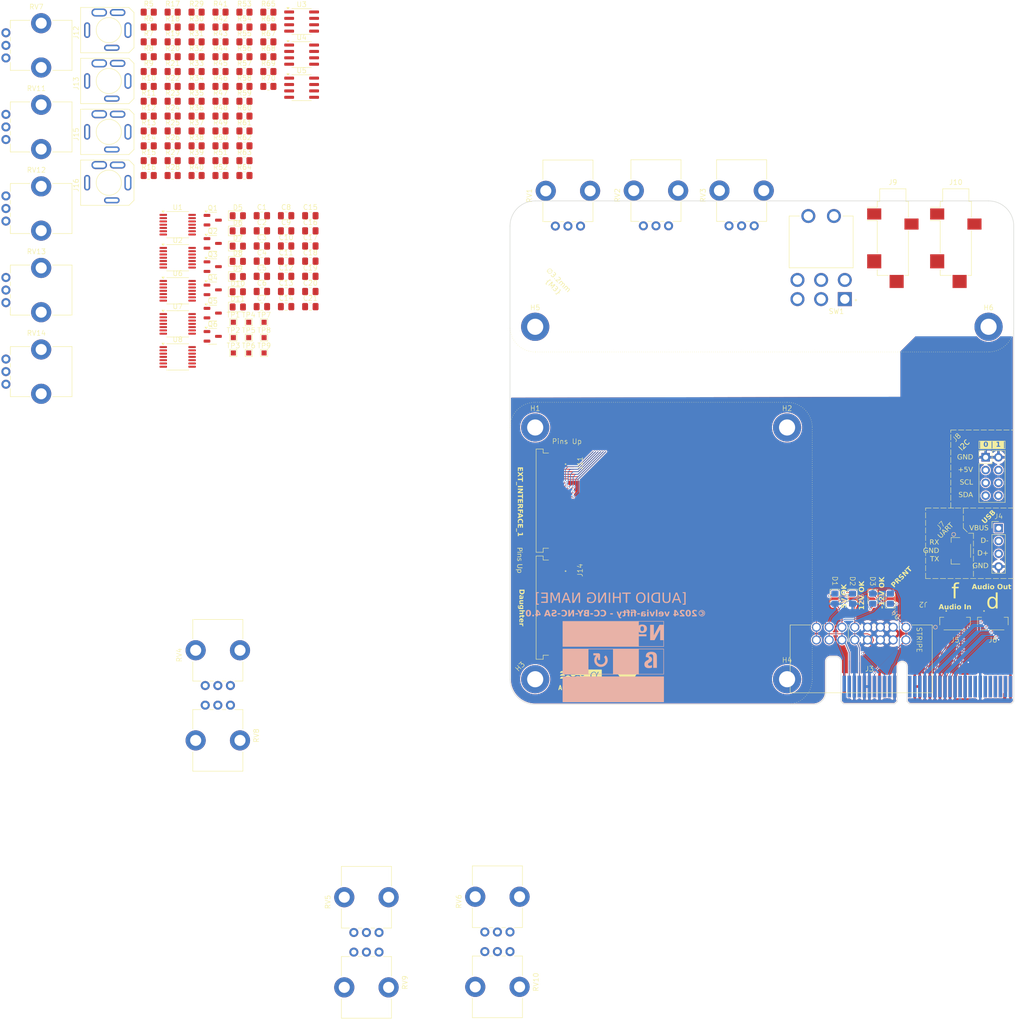
<source format=kicad_pcb>
(kicad_pcb (version 20240108) (generator "pcbnew") (generator_version "8.0")
  (layers (0 "F.Cu" signal) (31 "B.Cu" signal) (34 "B.Paste" user) (35 "F.Paste" user) (36 "B.SilkS" user "B.Silkscreen") (37 "F.SilkS" user "F.Silkscreen") (38 "B.Mask" user) (39 "F.Mask" user) (44 "Edge.Cuts" user))
  (net 0 "")
  (net 1 "GND")
  (net 2 "+5V")
  (net 3 "+12V")
  (net 4 "-12V")
  (net 5 "Net-(D4-K)")
  (net 6 "Net-(D4-A)")
  (net 7 "Net-(D1-K)")
  (net 8 "Net-(D3-A)")
  (net 9 "/Bus/CON_GATE")
  (net 10 "/Bus/CON_CV")
  (net 16 "Net-(J3-PRSNT_A)")
  (net 23 "/Bus/USB_D+")
  (net 24 "Net-(J3-Audio_In_B)")
  (net 25 "Net-(J3-Audio_Out_D)")
  (net 26 "Net-(J3-Audio_In_D)")
  (net 27 "Net-(J3-Audio_Out_B)")
  (net 28 "Net-(J3-USB_D-)")
  (net 29 "Net-(J3-Audio_Out_A)")
  (net 30 "Net-(J3-Audio_In_A)")
  (net 31 "Net-(J3-Audio_In_C)")
  (net 32 "Net-(J3-USB_5V)")
  (net 33 "Net-(J3-Audio_Out_C)")
  (net 34 "/Bus/I2C1_SDA")
  (net 35 "/Bus/I2C1_SCL")
  (net 36 "Net-(J3-UART_RX)")
  (net 37 "Net-(J3-UART_TX)")
  (net 40 "/Bus/I2C0_SDA")
  (net 42 "/Bus/I2C0_SCL")
  (net 43 "Net-(D2-K)")
  (net 62 "/EXT_JACK_T_5")
  (net 63 "/EXT_JACK_R_8")
  (net 64 "/EXT_JACK_R_7")
  (net 65 "/EXT_JACK_R_2")
  (net 66 "/EXT_JACK_TN_3")
  (net 67 "/EXT_JACK_TN_6")
  (net 68 "/EXT_JACK_TN_1")
  (net 69 "/EXT_JACK_T_6")
  (net 70 "/EXT_JACK_T_2")
  (net 71 "/EXT_JACK_T_4")
  (net 72 "/EXT_JACK_R_5")
  (net 73 "/EXT_JACK_T_7")
  (net 74 "/EXT_JACK_TN_8")
  (net 75 "/EXT_JACK_R_6")
  (net 76 "/EXT_JACK_TN_5")
  (net 77 "/EXT_JACK_TN_4")
  (net 78 "/EXT_JACK_R_4")
  (net 79 "/EXT_JACK_T_3")
  (net 80 "/EXT_JACK_TN_7")
  (net 81 "/EXT_JACK_R_3")
  (net 82 "/EXT_JACK_T_8")
  (net 83 "/EXT_JACK_TN_2")
  (net 84 "/EXT_JACK_R_1")
  (net 85 "/EXT_JACK_T_1")
  (net 86 "/DB PIN 2")
  (net 87 "/DB PIN 26")
  (net 88 "/DB PIN 23")
  (net 89 "/DB PIN 13")
  (net 90 "/DB PIN 16")
  (net 91 "/DB PIN 3")
  (net 92 "/DB PIN 8")
  (net 93 "/DB PIN 19")
  (net 94 "/DB PIN 30")
  (net 95 "/DB PIN 1")
  (net 96 "/DB PIN 20")
  (net 97 "/DB PIN 17")
  (net 98 "/DB PIN 5")
  (net 99 "/DB PIN 12")
  (net 100 "/DB PIN 10")
  (net 101 "/DB PIN 29")
  (net 102 "/DB PIN 14")
  (net 103 "/DB PIN 28")
  (net 104 "/DB PIN 7")
  (net 105 "/DB PIN 21")
  (net 106 "/DB PIN 11")
  (net 107 "/DB PIN 4")
  (net 108 "/DB PIN 27")
  (net 109 "/DB PIN 24")
  (net 110 "/DB PIN 15")
  (net 111 "/DB PIN 22")
  (net 112 "/DB PIN 9")
  (net 113 "/DB PIN 18")
  (net 114 "/DB PIN 25")
  (net 115 "/DB PIN 6")
  (net 118 "Net-(C1-Pad2)")
  (net 119 "Net-(C2-Pad2)")
  (net 120 "Net-(C3-Pad2)")
  (net 121 "/OSC/SQ_LOW_0")
  (net 122 "Net-(U2A--)")
  (net 123 "/OSC/SQ_MID_0")
  (net 124 "Net-(U2B--)")
  (net 125 "/OSC/SQ_TRB_0")
  (net 126 "Net-(U2D--)")
  (net 127 "/OSC/FMV_IN")
  (net 128 "Net-(C7-Pad2)")
  (net 129 "Net-(C8-Pad1)")
  (net 130 "Net-(C9-Pad2)")
  (net 131 "Net-(C11-Pad2)")
  (net 132 "Net-(C10-Pad2)")
  (net 133 "Net-(U6A-+)")
  (net 134 "Net-(C11-Pad1)")
  (net 135 "Net-(U7A-+)")
  (net 136 "Net-(C13-Pad2)")
  (net 137 "Net-(C14-Pad2)")
  (net 138 "Net-(C14-Pad1)")
  (net 139 "Net-(C15-Pad2)")
  (net 140 "Net-(U8A-+)")
  (net 141 "Net-(Q5-E)")
  (net 142 "Net-(C17-Pad2)")
  (net 143 "Net-(U8B-+)")
  (net 144 "Net-(Q6-E)")
  (net 145 "Net-(U8D-+)")
  (net 146 "Net-(C19-Pad1)")
  (net 147 "Net-(C20-Pad1)")
  (net 148 "Net-(C21-Pad1)")
  (net 149 "Net-(D5-K)")
  (net 150 "Net-(D5-A)")
  (net 151 "Net-(D10-A)")
  (net 152 "Net-(D6-K)")
  (net 153 "Net-(D7-K)")
  (net 154 "Net-(D7-A)")
  (net 155 "Net-(D8-K)")
  (net 156 "/OSC/SYNC_IN_0")
  (net 157 "Net-(D9-K)")
  (net 158 "Net-(D10-K)")
  (net 159 "Net-(D11-A)")
  (net 160 "Net-(J12-PadT)")
  (net 162 "/OSC/FOLD_0_IN")
  (net 164 "Net-(U7A--)")
  (net 165 "Net-(Q1-B)")
  (net 166 "Net-(Q1-C)")
  (net 167 "Net-(Q1-E)")
  (net 168 "Net-(Q2-C)")
  (net 169 "Net-(Q2-E)")
  (net 170 "Net-(Q2-B)")
  (net 171 "Net-(Q3-E)")
  (net 172 "Net-(Q4-E)")
  (net 175 "Net-(U2A-+)")
  (net 176 "Net-(U2B-+)")
  (net 177 "Net-(U2D-+)")
  (net 178 "/OSC/TRI_LOW_0")
  (net 179 "/OSC/TRI_MID_0")
  (net 180 "/OSC/TRI_TRB_0")
  (net 181 "Net-(R28-Pad2)")
  (net 182 "Net-(U4A--)")
  (net 183 "Net-(U5A--)")
  (net 184 "Net-(R32-Pad2)")
  (net 185 "Net-(U3A-+)")
  (net 186 "Net-(U6A--)")
  (net 187 "TO FILTER STAGE")
  (net 188 "Net-(R39-Pad2)")
  (net 189 "Net-(R46-Pad1)")
  (net 190 "Net-(U8C-+)")
  (net 191 "/OSC/WHT_1")
  (net 192 "Net-(R51-Pad1)")
  (net 193 "/OSC/BLUE")
  (net 194 "Net-(U8A--)")
  (net 195 "Net-(U8C--)")
  (net 196 "/OSC/WHT_2")
  (net 197 "Net-(R59-Pad2)")
  (net 198 "Net-(R62-Pad1)")
  (net 199 "/OSC/PINK")
  (net 200 "Net-(U8B--)")
  (net 201 "Net-(U8D--)")
  (net 202 "/OSC/FMV_OUT")
  (footprint "TestPoint:TestPoint_Pad_1.0x1.0mm" (layer "F.Cu") (at 72.895 73)
    (property "Reference" "TP5")
    (property "Value" "TRI_A")
  )
  (footprint "Resistor_SMD:R_0805_2012Metric_Pad1.20x1.40mm_HandSolder" (layer "F.Cu") (at 53.045 26.06)
    (property "Reference" "R11")
    (property "Value" "100k")
  )
  (footprint "Resistor_SMD:R_0805_2012Metric_Pad1.20x1.40mm_HandSolder" (layer "F.Cu") (at 62.545 40.81)
    (property "Reference" "R40")
    (property "Value" "100k")
  )
  (footprint "Capacitor_SMD:C_0805_2012Metric_Pad1.18x1.45mm_HandSolder" (layer "F.Cu") (at 80.315 60.83)
    (property "Reference" "C12")
    (property "Value" "10uF")
  )
  (footprint "Resistor_SMD:R_0805_2012Metric_Pad1.20x1.40mm_HandSolder" (layer "F.Cu") (at 57.795 17.21)
    (property "Reference" "R20")
    (property "Value" "1k")
  )
  (footprint "Package_TO_SOT_SMD:SOT-23-3" (layer "F.Cu") (at 65.745 68.135)
    (property "Reference" "Q5")
    (property "Value" "BC548")
  )
  (footprint "Diode_SMD:D_0805_2012Metric_Pad1.15x1.40mm_HandSolder" (layer "F.Cu") (at 70.73 63.895)
    (property "Reference" "D10")
    (property "Value" "1N4001")
  )
  (footprint "Capacitor_SMD:C_0805_2012Metric_Pad1.18x1.45mm_HandSolder" (layer "F.Cu") (at 85.125 63.84)
    (property "Reference" "C20")
    (property "Value" "2.2nF")
  )
  (footprint "Capacitor_SMD:C_0805_2012Metric_Pad1.18x1.45mm_HandSolder" (layer "F.Cu") (at 80.315 66.85)
    (property "Reference" "C14")
    (property "Value" "5.6nF")
  )
  (footprint "AT-Footprints:SMD_STEREO_CUI_SJ-3524-SMT_Horizontal" (layer "F.Cu") (at 213.2625 52.05)
    (property "Reference" "J10")
    (property "Value" "Stereo Jack - SMD HZ")
  )
  (footprint "Resistor_SMD:R_0805_2012Metric_Pad1.20x1.40mm_HandSolder" (layer "F.Cu") (at 53.045 14.26)
    (property "Reference" "R7")
    (property "Value" "2k")
  )
  (footprint "AT-Footprints:AMPHENOL_F33B-1A7Q1-E8C08" (layer "F.Cu") (at 220.6125 130.05)
    (property "Reference" "J6")
    (property "Value" "Audio Out")
  )
  (footprint "Resistor_SMD:R_0805_2012Metric_Pad1.20x1.40mm_HandSolder" (layer "F.Cu") (at 67.295 20.16)
    (property "Reference" "R45")
    (property "Value" "680R")
  )
  (footprint "Package_SO:TSSOP-14_4.4x5mm_P0.65mm" (layer "F.Cu") (at 58.795 76.835)
    (property "Reference" "U8")
    (property "Value" "TL074")
  )
  (footprint "Potentiometer_THT:Potentiometer_Bourns_PTV09A-1_Single_Vertical" (layer "F.Cu") (at 24.695 49.86)
    (property "Reference" "RV12")
    (property "Value" "1M")
  )
  (footprint "Resistor_SMD:R_0805_2012Metric_Pad1.20x1.40mm_HandSolder" (layer "F.Cu") (at 62.545 31.96)
    (property "Reference" "R37")
    (property "Value" "100k")
  )
  (footprint "AT-Footprints:SJ3-3505" (layer "F.Cu") (at 45.12 32.135)
    (property "Reference" "J15")
    (property "Value" "SYNC OUT")
  )
  (footprint "Connector_PCBEdge:BUS_PCIexpress_x4" (layer "F.Cu") (at 191.1125 142.3)
    (property "Reference" "J3")
    (property "Value" "~" (hide yes))
    (fp_line (start -0.65 -4.95) (end -0.65 2.95) (stroke (width 0.1)) (layer "Edge.Cuts"))
    (fp_line (start -0.65 2.95) (end -0.15 3.45) (stroke (width 0.1)) (layer "Edge.Cuts"))
    (fp_line (start -0.15 3.45) (end 10.05 3.45) (stroke (width 0.1)) (layer "Edge.Cuts"))
    (fp_line (start 10.55 -4) (end 10.55 2.95) (stroke (width 0.1)) (layer "Edge.Cuts"))
    (fp_line (start 10.55 2.95) (end 10.05 3.45) (stroke (width 0.1)) (layer "Edge.Cuts"))
    (fp_line (start 12.45 -4) (end 12.45 2.95) (stroke (width 0.1)) (layer "Edge.Cuts"))
    (fp_line (start 12.45 2.95) (end 12.95 3.45) (stroke (width 0.1)) (layer "Edge.Cuts"))
    (fp_line (start 12.95 3.45) (end 33.15 3.45) (stroke (width 0.1)) (layer "Edge.Cuts"))
    (fp_line (start 33.65 -4.95) (end 33.65 2.95) (stroke (width 0.1)) (layer "Edge.Cuts"))
    (fp_line (start 33.65 2.95) (end 33.15 3.45) (stroke (width 0.1)) (layer "Edge.Cuts"))
    (fp_arc (start 10.55 -4) (mid 11.5 -4.95) (end 12.45 -4) (stroke (width 0.1)) (layer "Edge.Cuts"))
  )
  (footprint "TestPoint:TestPoint_Pad_1.0x1.0mm" (layer "F.Cu") (at 69.845 76.05)
    (property "Reference" "TP3")
    (property "Value" "SYNC3")
  )
  (footprint "TestPoint:TestPoint_Pad_1.0x1.0mm" (layer "F.Cu") (at 75.945 73)
    (property "Reference" "TP8")
    (property "Value" "WHT2")
  )
  (footprint "Package_TO_SOT_SMD:SOT-23-3" (layer "F.Cu") (at 65.745 72.75)
    (property "Reference" "Q6")
    (property "Value" "BC548")
  )
  (footprint "Symbol:OSHW-Logo2_7.3x6mm_SilkScreen" (layer "F.Cu") (at 148.0431 141.630501)
    (property "Reference" "REF**" (hide yes))
    (property "Value" "OSHW-Logo2_7.3x6mm_SilkScreen" (hide yes))
  )
  (footprint "Resistor_SMD:R_0805_2012Metric_Pad1.20x1.40mm_HandSolder" (layer "F.Cu") (at 62.545 8.36)
    (property "Reference" "R29")
    (property "Value" "20k")
  )
  (footprint "Resistor_SMD:R_0805_2012Metric_Pad1.20x1.40mm_HandSolder" (layer "F.Cu") (at 67.295 31.96)
    (property "Reference" "R49")
    (property "Value" "100k")
  )
  (footprint "Capacitor_SMD:C_0805_2012Metric_Pad1.18x1.45mm_HandSolder" (layer "F.Cu") (at 85.125 48.79)
    (property "Reference" "C15")
    (property "Value" "2.2nF")
  )
  (footprint "Resistor_SMD:R_0805_2012Metric_Pad1.20x1.40mm_HandSolder" (layer "F.Cu") (at 72.045 29.01)
    (property "Reference" "R60")
    (property "Value" "100k")
  )
  (footprint "Resistor_SMD:R_0805_2012Metric_Pad1.20x1.40mm_HandSolder" (layer "F.Cu") (at 53.045 20.16)
    (property "Reference" "R9")
    (property "Value" "1k")
  )
  (footprint "Resistor_SMD:R_0805_2012Metric_Pad1.20x1.40mm_HandSolder" (layer "F.Cu") (at 53.045 37.86)
    (property "Reference" "R15")
    (property "Value" "10k")
  )
  (footprint "Package_TO_SOT_SMD:SOT-23-3" (layer "F.Cu") (at 65.745 63.52)
    (property "Reference" "Q4")
    (property "Value" "BC548")
  )
  (footprint "Package_SO:TSSOP-14_4.4x5mm_P0.65mm" (layer "F.Cu") (at 58.795 57.14)
    (property "Reference" "U2")
    (property "Value" "TL074")
  )
  (footprint "Potentiometer_THT:Potentiometer_Bourns_PTV09A-1_Single_Vertical" (layer "F.Cu") (at 156.2375 50.8 90)
    (property "Reference" "RV2")
    (property "Value" "PTV09 Pot HZ")
  )
  (footprint "Capacitor_SMD:C_0805_2012Metric_Pad1.18x1.45mm_HandSolder" (layer "F.Cu") (at 85.125 60.83)
    (property "Reference" "C19")
    (property "Value" "680pF")
  )
  (footprint "Resistor_SMD:R_0805_2012Metric_Pad1.20x1.40mm_HandSolder" (layer "F.Cu") (at 67.295 14.26)
    (property "Reference" "R43")
    (property "Value" "220k")
  )
  (footprint "AT-Footprints:AMPHENOL_SFV30R-4STE1HLF - FFC - 30 RA" (layer "F.Cu") (at 132.0431 105.380501 -90)
    (property "Reference" "J11")
    (property "Value" "EXT_INTERFACE_1")
  )
  (footprint "LED_SMD:LED_0805_2012Metric_Pad1.15x1.40mm_HandSolder" (layer "F.Cu") (at 70.73 48.795)
    (property "Reference" "D5")
    (property "Value" "OSC")
  )
  (footprint "Resistor_SMD:R_0805_2012Metric_Pad1.20x1.40mm_HandSolder" (layer "F.Cu") (at 62.545 20.16)
    (property "Reference" "R33")
    (property "Value" "10k")
  )
  (footprint "Resistor_SMD:R_0805_2012Metric_Pad1.20x1.40mm_HandSolder" (layer "F.Cu") (at 53.045 29.01)
    (property "Reference" "R12")
    (property "Value" "100k")
  )
  (footprint "Resistor_SMD:R_0805_2012Metric_Pad1.20x1.40mm_HandSolder" (layer "F.Cu") (at 76.795 8.36)
    (property "Reference" "R65")
    (property "Value" "4k7")
  )
  (footprint "Resistor_SMD:R_0805_2012Metric_Pad1.20x1.40mm_HandSolder" (layer "F.Cu") (at 53.045 31.96)
    (property "Reference" "R13")
    (property "Value" "100k")
  )
  (footprint "Resistor_SMD:R_0805_2012Metric_Pad1.20x1.40mm_HandSolder" (layer "F.Cu") (at 72.045 26.06)
    (property "Reference" "R59")
    (property "Value" "1k")
  )
  (footprint "Resistor_SMD:R_0805_2012Metric_Pad1.20x1.40mm_HandSolder" (layer "F.Cu") (at 53.045 17.21)
    (property "Reference" "R8")
    (property "Value" "1k")
  )
  (footprint "Diode_SMD:D_0805_2012Metric_Pad1.15x1.40mm_HandSolder" (layer "F.Cu") (at 70.73 57.855)
    (property "Reference" "D8")
    (property "Value" "1N4001")
  )
  (footprint "Resistor_SMD:R_0805_2012Metric_Pad1.20x1.40mm_HandSolder" (layer "F.Cu") (at 67.295 11.31)
    (property "Reference" "R42")
    (property "Value" "20k")
  )
  (footprint "Capacitor_SMD:C_0805_2012Metric_Pad1.18x1.45mm_HandSolder" (layer "F.Cu") (at 75.505 51.8)
    (property "Reference" "C2")
    (property "Value" "1uf")
  )
  (footprint "Package_SO:TSSOP-14_4.4x5mm_P0.65mm" (layer "F.Cu") (at 58.795 70.27)
    (property "Reference" "U7")
    (property "Value" "TL074")
  )
  (footprint "Resistor_SMD:R_0805_2012Metric_Pad1.20x1.40mm_HandSolder" (layer "F.Cu") (at 67.295 37.86)
    (property "Reference" "R51")
    (property "Value" "1k")
  )
  (footprint "LED_SMD:LED_0805_2012Metric_Pad1.15x1.40mm_HandSolder" (layer "F.Cu") (at 189.2625 124.85 -90)
    (property "Reference" "D1")
    (property "Value" "5V OK")
  )
  (footprint "Resistor_SMD:R_0805_2012Metric_Pad1.20x1.40mm_HandSolder" (layer "F.Cu") (at 57.795 26.06)
    (property "Reference" "R23")
    (property "Value" "1M")
  )
  (footprint "AT-Footprints:SJ3-3505" (layer "F.Cu") (at 45.12 42.235)
    (property "Reference" "J16")
    (property "Value" "SYNC IN")
  )
  (footprint "Package_TO_SOT_SMD:SOT-23-3" (layer "F.Cu") (at 65.745 54.29)
    (property "Reference" "Q2")
    (property "Value" "BC558")
  )
  (footprint "Resistor_SMD:R_0805_2012Metric_Pad1.20x1.40mm_HandSolder" (layer "F.Cu") (at 62.545 29.01)
    (property "Reference" "R36")
    (property "Value" "680R")
  )
  (footprint "Potentiometer_THT:Potentiometer_Bourns_PTV09A-1_Single_Vertical" (layer "F.Cu") (at 119.762499 194.95 -90)
    (property "Reference" "RV10")
    (property "Value" "100k")
  )
  (footprint "Resistor_SMD:R_0805_2012Metric_Pad1.20x1.40mm_HandSolder" (layer "F.Cu") (at 53.045 8.36)
    (property "Reference" "R5")
    (property "Value" "2k")
  )
  (footprint "Resistor_SMD:R_0805_2012Metric_Pad1.20x1.40mm_HandSolder" (layer "F.Cu") (at 57.795 34.91)
    (property "Reference" "R26")
    (property "Value" "1.5k")
  )
  (footprint "Resistor_SMD:R_0805_2012Metric_Pad1.20x1.40mm_HandSolder" (layer "F.Cu") (at 72.045 37.86)
    (property "Reference" "R63")
    (property "Value" "100k")
  )
  (footprint "Resistor_SMD:R_0805_2012Metric_Pad1.20x1.40mm_HandSolder" (layer "F.Cu") (at 62.545 11.31)
    (property "Reference" "R30")
    (property "Value" "20k")
  )
  (footprint "Package_SO:TSSOP-14_4.4x5mm_P0.65mm" (layer "F.Cu") (at 58.795 50.575)
    (property "Reference" "U1")
    (property "Value" "40106")
  )
  (footprint "TestPoint:TestPoint_Pad_1.0x1.0mm" (layer "F.Cu") (at 69.845 73)
    (property "Reference" "TP2")
    (property "Value" "SYNC2")
  )
  (footprint "Package_SO:SOIC-8_3.9x4.9mm_P1.27mm" (layer "F.Cu") (at 83.395 10.23)
    (property "Reference" "U3")
    (property "Value" "TL072")
  )
  (footprint "Resistor_SMD:R_0805_2012Metric_Pad1.20x1.40mm_HandSolder" (layer "F.Cu") (at 72.045 23.11)
    (property "Reference" "R58")
    (property "Value" "100k")
  )
  (footprint "Resistor_SMD:R_0805_2012Metric_Pad1.20x1.40mm_HandSolder" (layer "F.Cu") (at 57.795 40.81)
    (property "Reference" "R28")
    (property "Value" "100R")
  )
  (footprint "LED_SMD:LED_0805_2012Metric_Pad1.15x1.40mm_HandSolder" (layer "F.Cu") (at 196.7625 124.85 -90)
    (property "Reference" "D3")
    (property "Value" "-12V OK")
  )
  (footprint "Package_TO_SOT_SMD:SOT-23-3" (layer "F.Cu") (at 65.745 58.905)
    (property "Reference" "Q3")
    (property "Value" "BC548")
  )
  (footprint "Resistor_SMD:R_0805_2012Metric_Pad1.20x1.40mm_HandSolder" (layer "F.Cu") (at 62.545 37.86)
    (property "Reference" "R39")
    (property "Value" "10k")
  )
  (footprint "Resistor_SMD:R_0805_2012Metric_Pad1.20x1.40mm_HandSolder" (layer "F.Cu") (at 53.045 34.91)
    (property "Reference" "R14")
    (property "Value" "1k")
  )
  (footprint "TestPoint:TestPoint_Pad_1.0x1.0mm" (layer "F.Cu") (at 75.945 76.05)
    (property "Reference" "TP9")
    (property "Value" "PINK")
  )
  (footprint "AT-Footprints:SMD_STEREO_CUI_SJ-3524-SMT_Horizontal" (layer "F.Cu") (at 200.7625 52.05)
    (property "Reference" "J9")
    (property "Value" "Stereo Jack - SMD HZ")
  )
  (footprint "LED_SMD:LED_0805_2012Metric_Pad1.15x1.40mm_HandSolder" (layer "F.Cu") (at 200.2625 124.85 90)
    (property "Reference" "D4")
    (property "Value" "PRSNT")
  )
  (footprint "Connector_PinHeader_2.54mm:PinHeader_1x04_P2.54mm_Vertical" (layer "F.Cu") (at 221.7625 110.85)
    (property "Reference" "J4")
    (property "Value" "USB")
  )
  (footprint "Capacitor_SMD:C_0805_2012Metric_Pad1.18x1.45mm_HandSolder" (layer "F.Cu") (at 75.505 57.82)
    (property "Reference" "C4")
    (property "Value" "100nf")
  )
  (footprint "Diode_SMD:D_0805_2012Metric_Pad1.15x1.40mm_HandSolder" (layer "F.Cu") (at 70.73 60.875)
    (property "Reference" "D9")
    (property "Value" "1N4001")
  )
  (footprint "Resistor_SMD:R_0805_2012Metric_Pad1.20x1.40mm_HandSolder" (layer "F.Cu") (at 67.295 29.01)
    (property "Reference" "R48")
    (property "Value" "1k")
  )
  (footprint "Resistor_SMD:R_0805_2012Metric_Pad1.20x1.40mm_HandSolder" (layer "F.Cu") (at 72.045 31.96)
    (property "Reference" "R61")
    (property "Value" "100k")
  )
  (footprint "Capacitor_SMD:C_0805_2012Metric_Pad1.18x1.45mm_HandSolder" (layer "F.Cu") (at 75.505 66.85)
    (property "Reference" "C7")
    (property "Value" "4.7nF")
  )
  (footprint "Capacitor_SMD:C_0805_2012Metric_Pad1.18x1.45mm_HandSolder" (layer "F.Cu") (at 85.125 66.85)
    (property "Reference" "C21")
    (property "Value" "5.6nF")
  )
  (footprint "MountingHole:MountingHole_3.2mm_M3_DIN965_Pad" (layer "F.Cu") (at 219.7625 70.85)
    (property "Reference" "H6")
    (property "Value" "M3")
  )
  (footprint "MountingHole:MountingHole_3.2mm_M3_DIN965_Pad" (layer "F.Cu") (at 129.7625 90.85)
    (property "Reference" "H1")
    (property "Value" "M3")
  )
  (footprint "Resistor_SMD:R_0805_2012Metric_Pad1.20x1.40mm_HandSolder" (layer "F.Cu") (at 67.295 26.06)
    (property "Reference" "R47")
    (property "Value" "1M")
  )
  (footprint "Potentiometer_THT:Potentiometer_Bourns_PTV09A-1_Single_Vertical" (layer "F.Cu") (at 24.695 17.46)
    (property "Reference" "RV7")
    (property "Value" "10k")
  )
  (footprint "Package_TO_SOT_SMD:SOT-23-3" (layer "F.Cu") (at 65.745 49.675)
    (property "Reference" "Q1")
    (property "Value" "BC558")
  )
  (footprint "AT-Footprints:AMPHENOL_SFV30R-4STE1HLF - FFC - 30 RA" (layer "F.Cu") (at 132.0431 126.630501 -90)
    (property "Reference" "J14")
    (property "Value" "Daughter")
  )
  (footprint "Package_SO:SOIC-8_3.9x4.9mm_P1.27mm" (layer "F.Cu") (at 83.395 23.37)
    (property "Reference" "U5")
    (property "Value" "TL072")
  )
  (footprint "Resistor_SMD:R_0805_2012Metric_Pad1.20x1.40mm_HandSolder" (layer "F.Cu") (at 67.295 40.81)
    (property "Reference" "R52")
    (property "Value" "100k")
  )
  (footprint "AT-Footprints:at-logo" (layer "F.Cu") (at 138.918236 138.580441)
    (property "Reference" "G***" (hide yes))
    (property "Value" "LOGO" (hide yes))
  )
  (footprint "Capacitor_SMD:C_0805_2012Metric_Pad1.18x1.45mm_HandSolder" (layer "F.Cu") (at 80.315 48.79)
    (property "Reference" "C8")
    (property "Value" "4.7nF")
  )
  (footprint "MountingHole:MountingHole_3.2mm_M3_DIN965_Pad" (layer "F.Cu") (at 129.7625 70.85)
    (property "Reference" "H5")
    (property "Value" "M3")
  )
  (footprint "Resistor_SMD:R_0805_2012Metric_Pad1.20x1.40mm_HandSolder" (layer "F.Cu") (at 72.045 11.31)
    (property "Reference" "R54")
    (property "Value" "100k")
  )
  (footprint "Resistor_SMD:R_0805_2012Metric_Pad1.20x1.40mm_HandSolder" (layer "F.Cu") (at 57.795 29.01)
    (property "Reference" "R24")
    (property "Value" "1k")
  )
  (footprint "Resistor_SMD:R_0805_2012Metric_Pad1.20x1.40mm_HandSolder" (layer "F.Cu") (at 72.045 20.16)
    (property "Reference" "R57")
    (property "Value" "680R")
  )
  (footprint "Potentiometer_THT:Potentiometer_Bourns_PTV09A-1_Single_Vertical" (layer "F.Cu") (at 173.2375 50.8 90)
    (property "Reference" "RV3")
    (property "Value" "PTV09 Pot HZ")
  )
  (footprint "LED_SMD:LED_0805_2012Metric_Pad1.15x1.40mm_HandSolder" (layer "F.Cu") (at 70.73 51.815)
    (property "Reference" "D6")
    (property "Value" "OSC")
  )
  (footprint "LED_SMD:LED_0805_2012Metric_Pad1.15x1.40mm_HandSolder" (layer "F.Cu") (at 70.73 66.915)
    (property "Reference" "D11")
    (property "Value" "LFO")
  )
  (footprint "Package_SO:SOIC-8_3.9x4.9mm_P1.27mm" (layer "F.Cu") (at 83.395 16.8)
    (property "Reference" "U4")
    (property "Value" "TL072")
  )
  (footprint "Capacitor_SMD:C_0805_2012Metric_Pad1.18x1.45mm_HandSolder" (layer "F.Cu") (at 75.505 63.84)
    (property "Reference" "C6")
    (property "Value" "100nf")
  )
  (footprint "Resistor_SMD:R_0805_2012Metric_Pad1.20x1.40mm_HandSolder" (layer "F.Cu") (at 57.795 31.96)
    (property "Reference" "R25")
    (property "Value" "1M")
  )
  (footprint "TestPoint:TestPoint_Pad_1.0x1.0mm" (layer "F.Cu") (at 72.895 76.05)
    (property "Reference" "TP6")
    (property "Value" "WHT1")
  )
  (footprint "Resistor_SMD:R_0805_2012Metric_Pad1.20x1.40mm_HandSolder" (layer "F.Cu") (at 57.795 20.16)
    (property "Reference" "R21")
    (property "Value" "1M")
  )
  (footprint "LED_SMD:LED_0805_2012Metric_Pad1.15x1.40mm_HandSolder" (layer "F.Cu") (at 192.7625 124.85 -90)
    (property "Reference" "D2")
    (property "Value" "12V OK")
  )
  (footprint "MountingHole:MountingHole_3.2mm_M3_DIN965_Pad" (layer "F.Cu") (at 129.7625 140.85)
    (property "Reference" "H3")
    (property "Value" "M3")
  )
  (footprint "Capacitor_SMD:C_0805_2012Metric_Pad1.18x1.45mm_HandSolder" (layer "F.Cu") (at 80.315 63.84)
    (property "Reference" "C13")
    (property "Value" "68nF")
  )
  (footprint "AT-Footprints:SJ3-3505" (layer "F.Cu") (at 45.12 11.935)
    (property "Reference" "J12")
    (property "Value" "TRI MIX OUT")
  )
  (footprint "Resistor_SMD:R_0805_2012Metric_Pad1.20x1.40mm_HandSolder" (layer "F.Cu") (at 62.545 17.21)
    (property "Reference" "R32")
    (property "Value" "200k")
  )
  (footprint "AT-Footprints:CONN_BM03B-SRSS-TBLFSN_JST" (layer "F.Cu") (at 214.2625 115.35 90)
    (property "Reference" "J7")
    (property "Value" "UART")
  )
  (footprint "Capacitor_SMD:C_0805_2012Metric_Pad1.18x1.45mm_HandSolder" (layer "F.Cu") (at 75.505 54.81)
    (property "Reference" "C3")
    (property "Value" "100uf")
  )
  (footprint "Package_SO:TSSOP-14_4.4x5mm_P0.65mm" (layer "F.Cu") (at 58.795 63.705)
    (property "Reference" "U6")
    (property "Value" "TL074")
  )
  (footprint "Capacitor_SMD:C_0805_2012Metric_Pad1.18x1.45mm_HandSolder" (layer "F.Cu") (at 85.125 51.8)
    (property "Reference" "C16")
    (property "Value" "1uF")
  )
  (footprint "Resistor_SMD:R_0805_2012Metric_Pad1.20x1.40mm_HandSolder" (layer "F.Cu") (at 53.045 40.81)
    (property "Reference" "R16")
    (property "Value" "1k")
  )
  (footprint "Potentiometer_THT:Potentiometer_Bourns_PTV09A-1_Single_Vertical" (layer "F.Cu") (at 64.2625 146 -90)
    (property "Reference" "RV8")
    (property "Value" "100k")
  )
  (footprint "AT-Footprints:DPDT Micro SW_1825138-7" (layer "F.Cu") (at 191.224 65.36 180)
    (property "Reference" "SW1")
    (property "Value" "Micro Toggle")
  )
  (footprint "MountingHole:MountingHole_3.2mm_M3_DIN965_Pad" (layer "F.Cu") (at 179.7625 140.85)
    (property "Reference" "H4")
    (property "Value" "M3")
  )
  (footprint "Potentiometer_THT:Potentiometer_Bourns_PTV09A-1_Single_Vertical" (layer "F.Cu") (at 98.762501 191.15 90)
    (property "Reference" "RV5")
    (property "Value" "250k")
  )
  (footprint "Capacitor_SMD:C_0805_2012Metric_Pad1.18x1.45mm_HandSolder" (layer "F.Cu") (at 85.125 57.82)
    (property "Reference" "C18")
    (property "Value" "1uF")
  )
  (footprint "Resistor_SMD:R_0805_2012Metric_Pad1.20x1.40mm_HandSolder" (layer "F.Cu") (at 76.795 23.11)
    (property "Reference" "R70")
    (property "Value" "22k")
  )
  (footprint "Capacitor_SMD:C_0805_2012Metric_Pad1.18x1.45mm_HandSolder" (layer "F.Cu") (at 75.505 48.79)
    (property "Reference" "C1")
    (property "Value" "10uf")
  )
  (footprint "Capacitor_SMD:C_0805_2012Metric_Pad1.18x1.45mm_HandSolder" (layer "F.Cu") (at 75.505 60.83)
    (property "Reference" "C5")
    (property "Value" "100nf")
  )
  (footprint "Resistor_SMD:R_0805_2012Metric_Pad1.20x1.40mm_HandSolder" (layer "F.Cu") (at 57.795 11.31)
    (property "Reference" "R18")
    (property "Value" "1k")
  )
  (footprint "Resistor_SMD:R_0805_2012Metric_Pad1.20x1.40mm_HandSolder" (layer "F.Cu") (at 62.545 14.26)
    (property "Reference" "R31")
    (property "Value" "20k")
  )
  (footprint "MountingHole:MountingHole_3.2mm_M3_DIN965_Pad" (layer "F.Cu") (at 179.7625 90.85)
    (property "Reference" "H2")
    (property "Value" "M3")
  )
  (footprint "AT-Footprints:SJ3-3505" (layer "F.Cu") (at 45.12 22.035)
    (property "Reference" "J13")
    (property "Value" "FOLD IN")
  )
  (footprint "Resistor_SMD:R_0805_2012Metric_Pad1.20x1.40mm_HandSolder" (layer "F.Cu") (at 62.545 26.06)
    (property "Reference" "R35")
    (property "Value" "10k")
  )
  (footprint "Resistor_SMD:R_0805_2012Metric_Pad1.20x1.40mm_HandSolder" (layer "F.Cu") (at 72.045 17.21)
    (property "Reference" "R56")
    (property "Value" "33k")
  )
  (footprint "Potentiometer_THT:Potentiometer_Bourns_PTV09A-1_Single_Vertical" (layer "F.Cu") (at 124.7625 191.05 90)
    (property "Reference" "RV6")
    (property "Value" "100k")
  )
  (footprint "Resistor_SMD:R_0805_2012Metric_Pad1.20x1.40mm_HandSolder" (layer "F.Cu") (at 76.795 14.26)
    (property "Reference" "R67")
    (property "Value" "470k")
  )
  (footprint "Resistor_SMD:R_0805_2012Metric_Pad1.20x1.40mm_HandSolder" (layer "F.Cu") (at 72.045 34.91)
    (property "Reference" "R62")
    (property "Value" "1k")
  )
  (footprint "TestPoint:TestPoint_Pad_1.0x1.0mm" (layer "F.Cu") (at 69.845 69.95)
    (property "Reference" "TP1")
    (property "Value" "SYNC1")
  )
  (footprint "Capacitor_SMD:C_0805_2012Metric_Pad1.18x1.45mm_HandSolder" (layer "F.Cu") (at 80.315 57.82)
    (property "Reference" "C11")
    (property "Value" "100nF")
  )
  (footprint "Potentiometer_THT:Potentiometer_Bourns_PTV09A-1_Single_Vertical" (layer "F.Cu") (at 93.7625 195.05 -90)
    (property "Reference" "RV9")
    (property "Value" "100k")
  )
  (footprint "Resistor_SMD:R_0805_2012Metric_Pad1.20x1.40mm_HandSolder" (layer "F.Cu") (at 67.295 17.21)
    (property "Reference" "R44")
    (property "Value" "20k")
  )
  (footprint "Resistor_SMD:R_0805_2012Metric_Pad1.20x1.40mm_HandSolder" (layer "F.Cu") (at 53.045 23.11)
    (property "Reference" "R10")
    (property "Value" "1k")
  )
  (footprint "Resistor_SMD:R_0805_2012Metric_Pad1.20x1.40mm_HandSolder" (layer "F.Cu") (at 72.045 8.36)
    (property "Reference" "R53")
    (property "Value" "20k")
  )
  (footprint "TestPoint:TestPoint_Pad_1.0x1.0mm" (layer "F.Cu") (at 72.895 69.95)
    (property "Reference" "TP4")
    (property "Value" "SYNC4")
  )
  (footprint "Resistor_SMD:R_0805_2012Metric_Pad1.20x1.40mm_HandSolder" (layer "F.Cu") (at 76.795 11.31)
    (property "Reference" "R66")
    (property "Value" "47k")
  )
  (footprint "Connector_PinHeader_2.54mm:PinHeader_2x04_P2.54mm_Vertical" (layer "F.Cu") (at 219.1825 96.77)
    (property "Reference" "J8")
    (property "Value" "I2C")
  )
  (footprint "Resistor_SMD:R_0805_2012Metric_Pad1.20x1.40mm_HandSolder" (layer "F.Cu") (at 57.795 23.11)
    (property "Reference" "R22")
    (property "Value" "1k")
  )
  (footprint "Potentiometer_THT:Potentiometer_Bourns_PTV09A-1_Single_Vertical" (layer "F.Cu") (at 24.695 66.06)
    (property "Reference" "RV13")
    (property "Value" "10k")
  )
  (footprint "Resistor_SMD:R_0805_2012Metric_Pad1.20x1.40mm_HandSolder" (layer "F.Cu") (at 57.795 8.36)
    (property "Reference" "R17")
    (property "Value" "10k")
  )
  (footprint "Capacitor_SMD:C_0805_2012Metric_Pad1.18x1.45mm_HandSolder" (layer "F.Cu") (at 80.315 54.81)
    (property "Reference" "C10")
    (property "Value" "100nF")
  )
  (footprint "Resistor_SMD:R_0805_2012Metric_Pad1.20x1.40mm_HandSolder" (layer "F.Cu") (at 72.045 40.81)
    (property "Reference" "R64")
    (property "Value" "100k")
  )
  (footprint "Resistor_SMD:R_0805_2012Metric_Pad1.20x1.40mm_HandSolder" (layer "F.Cu") (at 72.045 14.26)
    (property "Reference" "R55")
    (property "Value" "10k")
  )
  (footprint "TestPoint:TestPoint_Pad_1.0x1.0mm" (layer "F.Cu") (at 75.945 69.95)
    (property "Reference" "TP7")
    (property "Value" "BLUE")
  )
  (footprint "Capacitor_SMD:C_0805_2012Metric_Pad1.18x1.45mm_HandSolder" (layer "F.Cu") (at 85.125 54.81)
    (property "Reference" "C17")
    (property "Value" "680p")
  )
  (footprint "Potentiometer_THT:Potentiometer_Bourns_PTV09A-1_Single_Vertical" (layer "F.Cu") (at 69.262501 142.1 90)
    (property "Reference" "RV4")
    (property "Value" "250k")
  )
  (footprint "Capacitor_SMD:C_0805_2012Metric_Pad1.18x1.45mm_HandSolder" (layer "F.Cu") (at 80.315 51.8)
    (property "Reference" "C9")
    (property "Value" "220nF")
  )
  (footprint "Resistor_SMD:R_0805_2012Metric_Pad1.20x1.40mm_HandSolder" (layer "F.Cu") (at 57.795 37.86)
    (property "Reference" "R27")
    (property "Value" "220k")
  )
  (footprint "Resistor_SMD:R_0805_2012Metric_Pad1.20x1.40mm_HandSolder" (layer "F.Cu") (at 62.545 34.91)
    (property "Reference" "R38")
    (property "Value" "1k")
  )
  (footprint "Potentiometer_THT:Potentiometer_Bourns_PTV09A-1_Single_Vertical" (layer "F.Cu") (at 138.7625 50.85 90)
    (property "Reference" "RV1")
    (property "Value" "PTV09 Pot HZ")
  )
  (footprint "Potentiometer_THT:Potentiometer_Bourns_PTV09A-1_Single_Vertical" (layer "F.Cu") (at 24.695 82.26)
    (property "Reference" "RV14")
    (property "Value" "10k")
  )
  (footprint "Resistor_SMD:R_0805_2012Metric_Pad1.20x1.40mm_HandSolder" (layer "F.Cu") (at 67.295 23.11)
    (property "Reference" "R46")
    (property "Value" "1k")
  )
  (footprint "AT-Footprints:AMPHENOL_F33B-1A7Q1-E8C08" (layer "F.Cu") (at 213.1125 130.05)
    (property "Reference" "J5")
    (property "Value" "Audio In")
  )
  (footprint "AT-Footprints:EURORACK Right Angle" (layer "F.Cu") (at 203.3625 130.51 180)
    (property "Reference" "J2")
    (property "Value" "OPT EURO")
  )
  (footprint "Resistor_SMD:R_0805_2012Metric_Pad1.20x1.40mm_HandSolder" (layer "F.Cu") (at 57.795 14.26)
    (property "Reference" "R19")
    (property "Value" "10k")
  )
  (footprint "Resistor_SMD:R_0805_2012Metric_Pad1.20x1.40mm_HandSolder" (layer "F.Cu") (at 53.045 11.31)
    (property "Reference" "R6")
    (property "Value" "2k")
  )
  (footprint "LED_SMD:LED_0805_2012Metric_Pad1.15x1.40mm_HandSolder" (layer "F.Cu") (at 70.73 54.835)
    (property "Reference" "D7")
    (property "Value" "OSC")
  )
  (footprint "Resistor_SMD:R_0805_2012Metric_Pad1.20x1.40mm_HandSolder" (layer "F.Cu") (at 76.795 20.16)
    (property "Reference" "R69")
    (property "Value" "680R")
  )
  (footprint "Potentiometer_THT:Potentiometer_Bourns_PTV09A-1_Single_Vertical" (layer "F.Cu") (at 24.695 33.66)
    (property "Reference" "RV11")
    (property "Value" "10k")
  )
  (footprint "Resistor_SMD:R_0805_2012Metric_Pad1.20x1.40mm_HandSolder" (layer "F.Cu") (at 67.295 8.36)
    (property "Reference" "R41")
    (property "Value" "10k")
  )
  (footprint "Resistor_SMD:R_0805_2012Metric_Pad1.20x1.40mm_HandSolder" (layer "F.Cu") (at 62.545 23.11)
    (property "Reference" "R34")
    (property "Value" "51k")
  )
  (footprint "Resistor_SMD:R_0805_2012Metric_Pad1.20x1.40mm_HandSolder" (layer "F.Cu") (at 67.295 34.91)
    (property "Reference" "R50")
    (property "Value" "470k")
  )
  (footprint "Resistor_SMD:R_0805_2012Metric_Pad1.20x1.40mm_HandSolder" (layer "F.Cu") (at 76.795 17.21)
    (property "Reference" "R68")
    (property "Value" "100k")
  )
  (footprint "Resistor_SMD:R_0805_2012Metric_Pad1.20x1.40mm_HandSolder" (layer "B.Cu") (at 200.2625 124.85 -90)
    (property "Reference" "R4")
    (property "Value" "150")
  )
  (footprint "Resistor_SMD:R_0805_2012Metric_Pad1.20x1.40mm_HandSolder" (layer "B.Cu") (at 189.2625 124.85 90)
    (property "Reference" "R1")
    (property "Value" "150")
  )
  (footprint "Resistor_SMD:R_0805_2012Metric_Pad1.20x1.40mm_HandSolder" (layer "B.Cu") (at 196.7625 124.85 90)
    (property "Reference" "R3")
    (property "Value" "500")
  )
  (footprint "Resistor_SMD:R_0805_2012Metric_Pad1.20x1.40mm_HandSolder" (layer "B.Cu") (at 192.7625 124.85 90)
    (property "Reference" "R2")
    (property "Value" "500")
  )
  (gr_rect (start 135.2625 134.85) (end 140.2625 139.85) (stroke (width 0.1)) (fill solid) (layer "B.SilkS"))
  (gr_poly (pts (xy 150.2625 129.35) (xy 155.2625 129.35) (xy 155.2625 134.35) (xy 150.2625 134.350001)) (stroke (width 0.1)) (fill none) (layer "B.SilkS"))
  (gr_rect (start 140.2625 134.85) (end 145.2625 139.85) (stroke (width 0.1)) (fill none) (layer "B.SilkS"))
  (gr_rect (start 150.2625 134.85) (end 155.2625 139.85) (stroke (width 0.1)) (fill none) (layer "B.SilkS"))
  (gr_poly (pts (xy 135.2625 129.35) (xy 150.2625 129.35) (xy 150.2625 134.350001) (xy 135.2625 134.35)) (stroke (width 0.1)) (fill solid) (layer "B.SilkS"))
  (gr_rect (start 145.2625 134.85) (end 150.2625 139.85) (stroke (width 0.1)) (fill solid) (layer "B.SilkS"))
  (gr_rect (start 135.2625 140.35) (end 155.2625 145.35) (stroke (width 0.1)) (fill solid) (layer "B.SilkS"))
  (gr_arc (start 179.7625 85.85) (mid 183.298034 87.314466) (end 184.7625 90.85) (stroke (width 0.1) (type dot)) (layer "F.SilkS"))
  (gr_line (start 219.7625 75.85) (end 129.7625 75.85) (stroke (width 0.1) (type dot)) (layer "F.SilkS"))
  (gr_line (start 215.7625 111.85) (end 216.7625 111.85) (stroke (width 0.1) (type dash)) (layer "F.SilkS"))
  (gr_arc (start 224.7625 70.85) (mid 223.298034 74.385534) (end 219.7625 75.85) (stroke (width 0.1) (type dot)) (layer "F.SilkS"))
  (gr_line (start 207.2625 106.85) (end 212.9191 106.85) (stroke (width 0.1) (type dash)) (layer "F.SilkS"))
  (gr_line (start 214.7625 106.85) (end 214.7625 110.85) (stroke (width 0.1) (type dash)) (layer "F.SilkS"))
  (gr_line (start 179.7625 85.85) (end 129.7625 85.85) (stroke (width 0.1) (type dot)) (layer "F.SilkS"))
  (gr_line (start 212.2625 91.35) (end 224.7625 91.35) (stroke (width 0.1) (type dash)) (layer "F.SilkS"))
  (gr_line (start 212.2625 106.85) (end 212.2625 91.35) (stroke (width 0.1) (type dash)) (layer "F.SilkS"))
  (gr_line (start 216.7625 111.85) (end 216.7625 120.85) (stroke (width 0.1) (type dash)) (layer "F.SilkS"))
  (gr_arc (start 124.7625 90.85) (mid 126.226966 87.314466) (end 129.7625 85.85) (stroke (width 0.1) (type dot)) (layer "F.SilkS"))
  (gr_line (start 214.7625 110.85) (end 215.7625 111.85) (stroke (width 0.1) (type dash)) (layer "F.SilkS"))
  (gr_arc (start 129.7625 75.85) (mid 126.226966 74.385534) (end 124.7625 70.85) (stroke (width 0.1) (type dot)) (layer "F.SilkS"))
  (gr_arc (start 184.7625 140.85) (mid 183.298034 144.385534) (end 179.7625 145.85) (stroke (width 0.1) (type dot)) (layer "F.SilkS"))
  (gr_line (start 184.7625 90.85) (end 184.7625 140.85) (stroke (width 0.1) (type dot)) (layer "F.SilkS"))
  (gr_line (start 224.7625 106.85) (end 212.9191 106.85) (stroke (width 0.1) (type dash)) (layer "F.SilkS"))
  (gr_line (start 224.7625 120.85) (end 207.2625 120.85) (stroke (width 0.1) (type dash)) (layer "F.SilkS"))
  (gr_line (start 207.2625 120.85) (end 207.2625 106.85) (stroke (width 0.1) (type dash)) (layer "F.SilkS"))
  (gr_line (start 184.9625 145.85) (end 129.7625 145.85) (stroke (width 0.1)) (layer "Edge.Cuts"))
  (gr_line (start 188.4625 136.35) (end 189.4625 136.35) (stroke (width 0.1)) (layer "Edge.Cuts"))
  (gr_line (start 219.7625 45.85) (end 129.7625 45.85) (stroke (width 0.1)) (layer "Edge.Cuts"))
  (gr_line (start 224.7625 137.35) (end 224.7625 50.85) (stroke (width 0.1)) (layer "Edge.Cuts"))
  (gr_arc (start 187.4625 143.35) (mid 186.730267 145.117767) (end 184.9625 145.85) (stroke (width 0.1)) (layer "Edge.Cuts"))
  (gr_line (start 124.7625 140.85) (end 124.7625 50.85) (stroke (width 0.1)) (layer "Edge.Cuts"))
  (gr_arc (start 189.4625 136.35) (mid 190.169607 136.642893) (end 190.4625 137.35) (stroke (width 0.1)) (layer "Edge.Cuts"))
  (gr_arc (start 219.7625 45.85) (mid 223.298034 47.314466) (end 224.7625 50.85) (stroke (width 0.1)) (layer "Edge.Cuts"))
  (gr_arc (start 124.7625 50.85) (mid 126.226966 47.314466) (end 129.7625 45.85) (stroke (width 0.1)) (layer "Edge.Cuts"))
  (gr_arc (start 129.7625 145.85) (mid 126.226966 144.385534) (end 124.7625 140.85) (stroke (width 0.1)) (layer "Edge.Cuts"))
  (gr_line (start 187.4625 143.35) (end 187.4625 137.35) (stroke (width 0.1)) (layer "Edge.Cuts"))
  (gr_arc (start 187.4625 137.35) (mid 187.755393 136.642893) (end 188.4625 136.35) (stroke (width 0.1)) (layer "Edge.Cuts"))
  (gr_text "Nº" (at 152.7625 131.85 0) (layer "B.SilkS") (effects (font (size 3 3) (thickness 0.3) (bold yes)) (justify mirror)))
  (gr_text "\n\n" (at 153.7625 135.85 0) (layer "B.SilkS") (effects (font (size 1 1) (thickness 0.1)) (justify left bottom mirror)))
  (gr_text "©2024 velvia-fifty - CC-BY-NC-SA 4.0" (at 145.7625 127.85 0) (layer "B.SilkS") (effects (font (size 1.25 1.25) (thickness 0.25) (bold yes)) (justify mirror)))
  (gr_text "↺" (at 142.7625 137.35 0) (layer "B.SilkS") (effects (font (size 3 3) (thickness 0.3) (bold yes)) (justify mirror)))
  (gr_text "ß" (at 152.7625 137.35 0) (layer "B.SilkS") (effects (font (size 3 3) (thickness 0.3) (bold yes)) (justify mirror)))
  (gr_text "[AUDIO THING NAME]" (at 144.7625 124.85 0) (layer "B.SilkS") (effects (font (size 2 2) (thickness 0.1)) (justify mirror)))
  (gr_text "D-" (at 219.7625 113.35 0) (layer "F.SilkS") (effects (font (size 1 1) (thickness 0.1)) (justify right)))
  (gr_text "| 0 | 1 |" (at 220.4525 94.27 0) (layer "F.SilkS" knockout) (effects (font (size 1 1) (thickness 0.2) (bold yes))))
  (gr_text "GND" (at 219.7625 118.35 0) (layer "F.SilkS") (effects (font (size 1 1) (thickness 0.1)) (justify right)))
  (gr_text "SDA" (at 216.6825 104.27 0) (layer "F.SilkS") (effects (font (size 1 1) (thickness 0.1)) (justify right)))
  (gr_text "GND" (at 209.9591 115.35 0) (layer "F.SilkS") (effects (font (size 1 1) (thickness 0.1)) (justify right)))
  (gr_text "VBUS" (at 219.7625 110.85 0) (layer "F.SilkS") (effects (font (size 1 1) (thickness 0.1)) (justify right)))
  (gr_text "RX" (at 209.9591 113.687059 0) (layer "F.SilkS") (effects (font (size 1 1) (thickness 0.1)) (justify right)))
  (gr_text "SCL" (at 216.6825 101.77 0) (layer "F.SilkS") (effects (font (size 1 1) (thickness 0.1)) (justify right)))
  (gr_text "∅3.2mm \n{M3}" (at 133.9191 62.35 315) (layer "F.SilkS") (effects (font (size 1 1) (thickness 0.1875))))
  (gr_text "+5V" (at 216.6825 99.27 0) (layer "F.SilkS") (effects (font (size 1 1) (thickness 0.1)) (justify right)))
  (gr_text "TX" (at 209.9591 117.012941 0) (layer "F.SilkS") (effects (font (size 1 1) (thickness 0.1)) (justify right)))
  (gr_text "d" (at 220.6125 125.55 0) (layer "F.SilkS") (effects (font (size 3 3) (thickness 0.1875))))
  (gr_text "GND" (at 216.7225 96.77 0) (layer "F.SilkS") (effects (font (size 1 1) (thickness 0.1)) (justify right)))
  (gr_text "f" (at 213.1125 123.55 0) (layer "F.SilkS") (effects (font (size 3 3) (thickness 0.1875))))
  (gr_text "D+" (at 219.7625 115.85 0) (layer "F.SilkS") (effects (font (size 1 1) (thickness 0.1)) (justify right)))
  (segment (start 214.362 124.11) (end 210.138 119.886) (width 0.1524) (layer "F.Cu") (net 1))
  (segment (start 206.112 142.3) (end 206.112 140.058) (width 0.1524) (layer "F.Cu") (net 1))
  (segment (start 134.7431 105.630001) (end 134.6931 105.63) (width 0.1524) (layer "F.Cu") (net 1))
  (segment (start 179.569 122) (end 170.419 112.85) (width 0.1524) (layer "F.Cu") (net 1))
  (segment (start 220.362 128.3) (end 220.362 129.35) (width 0.1524) (layer "F.Cu") (net 1))
  (segment (start 210.914 130.863) (end 211.124 130.47) (width 0.1524) (layer "F.Cu") (net 1))
  (segment (start 208.269 139.053) (end 208.734 137.522) (width 0.1524) (layer "F.Cu") (net 1))
  (segment (start 213.554 137.982) (end 213.924 136.763) (width 0.1524) (layer "F.Cu") (net 1))
  (segment (start 134.932101 101.63) (end 133.9541 101.63) (width 0.1524) (layer "F.Cu") (net 1))
  (segment (start 215.582 120.825) (end 211.405 116.648) (width 0.1524) (layer "F.Cu") (net 1))
  (segment (start 213.362 129.248) (end 213.362 129.059) (width 0.1524) (layer "F.Cu") (net 1))
  (segment (start 214.362 128.98) (end 214.362 128.406) (width 0.1524) (layer "F.Cu") (net 1))
  (segment (start 133.9541 101.63) (end 133.9241 101.599999) (width 0.1524) (layer "F.Cu") (net 1))
  (segment (start 218.058 122.795) (end 215.554 122.795) (width 0.1524) (layer "F.Cu") (net 1))
  (segment (start 215.554 122.795) (end 210.883 118.124) (width 0.1524) (layer "F.Cu") (net 1))
  (segment (start 207.211 135.941) (end 208.81 133.547) (width 0.1524) (layer "F.Cu") (net 1))
  (segment (start 220.362 129.35) (end 220.362 128.3) (width 0.1524) (layer "F.Cu") (net 1))
  (segment (start 215.761 122) (end 211.18 117.419) (width 0.1524) (layer "F.Cu") (net 1))
  (segment (start 211.899 131.867) (end 212.245 130.724) (width 0.1524) (layer "F.Cu") (net 1))
  (segment (start 209.262 122) (end 179.569 122) (width 0.1524) (layer "F.Cu") (net 1))
  (segment (start 210.138 119.886) (end 180.455 119.886) (width 0.1524) (layer "F.Cu") (net 1))
  (segment (start 211.253 130.043) (end 211.343 129.594) (width 0.1524) (layer "F.Cu") (net 1))
  (segment (start 210.112 142.11) (end 210.112 142.148) (width 0.1524) (layer "F.Cu") (net 1))
  (segment (start 213.45 138.233) (end 213.554 137.982) (width 0.1524) (layer "F.Cu") (net 1))
  (segment (start 211.028 133.544) (end 211.809 132.082) (width 0.1524) (layer "F.Cu") (net 1))
  (segment (start 190.449 118.124) (end 187.01 114.684) (width 0.1524) (layer "F.Cu") (net 1))
  (segment (start 214.362 128.385) (end 214.362 124.11) (width 0.1524) (layer "F.Cu") (net 1))
  (segment (start 190.741 117.419) (end 187.714 114.392) (width 0.1524) (layer "F.Cu") (net 1))
  (segment (start 214.08 135.978) (end 214.361 133.124) (width 0.1524) (layer "F.Cu") (net 1))
  (segment (start 210.112 141.466) (end 210.127 141.315) (width 0.1524) (layer "F.Cu") (net 1))
  (segment (start 179.864 121.295) (end 170.419 111.85) (width 0.1524) (layer "F.Cu") (net 1))
  (segment (start 212.362 129.983) (end 212.362 128.624) (width 0.1524) (layer "F.Cu") (net 1))
  (segment (start 220.362 129.35) (end 220.362 130.115) (width 0.1524) (layer "F.Cu") (net 1))
  (segment (start 212.362 128.624) (end 212.362 128.623) (width 0.1524) (layer "F.Cu") (net 1))
  (segment (start 210.17 141.098) (end 210.342 140.531) (width 0.1524) (layer "F.Cu") (net 1))
  (segment (start 212.112 142.3) (end 212.112 141.618) (width 0.1524) (layer "F.Cu") (net 1))
  (segment (start 212.362 124.103) (end 209.554 121.295) (width 0.1524) (layer "F.Cu") (net 1))
  (segment (start 208.734 137.522) (end 208.953 136.993) (width 0.1524) (layer "F.Cu") (net 1))
  (segment (start 213.362 132.472) (end 213.362 129.248) (width 0.1524) (layer "F.Cu") (net 1))
  (segment (start 212.245 130.724) (end 212.332 130.286) (width 0.1524) (layer "F.Cu") (net 1))
  (segment (start 134.1981 98.130001) (end 134.4431 98.130001) (width 0.1524) (layer "F.Cu") (net 1))
  (segment (start 134.7491 105.130001) (end 134.7181 105.130001) (width 0.1524) (layer "F.Cu") (net 1))
  (segment (start 211.362 128.55) (end 211.362 128.5) (width 0.1524) (layer "F.Cu") (net 1))
  (segment (start 206.258 138.578) (end 206.387 137.927) (width 0.1524) (layer "F.Cu") (net 1))
  (segment (start 134.1371 98.13) (end 134.1981 98.130001) (width 0.1524) (layer "F.Cu") (net 1))
  (segment (start 219.362 128.3) (end 219.362 125.1) (width 0.1524) (layer "F.Cu") (net 1))
  (segment (start 187.01 114.684) (end 187.01 107.44) (width 0.1524) (layer "F.Cu") (net 1))
  (segment (start 133.9241 101.599999) (end 133.7311 101.6) (width 0.1524) (layer "F.Cu") (net 1))
  (segment (start 216.408 121.295) (end 215.938 120.825) (width 0.1524) (layer "F.Cu") (net 1))
  (segment (start 211.18 117.419) (end 190.741 117.419) (width 0.1524) (layer "F.Cu") (net 1))
  (segment (start 220.289 125.026) (end 218.058 122.795) (width 0.1524) (layer "F.Cu") (net 1))
  (segment (start 213.362 124.107) (end 209.846 120.59) (width 0.1524) (layer "F.Cu") (net 1))
  (segment (start 222.362 125.1) (end 218.558 121.295) (width 0.1524) (layer "F.Cu") (net 1))
  (segment (start 134.4431 112.63) (end 134.9321 112.63) (width 0.1524) (layer "F.Cu") (net 1))
  (segment (start 212.362 128.623) (end 212.362 128.606) (width 0.1524) (layer "F.Cu") (net 1))
  (segment (start 219.362 128.85) (end 219.362 128.3) (width 0.1524) (layer "F.Cu") (net 1))
  (segment (start 222.362 128.3) (end 222.362 129.3) (width 0.1524) (layer "F.Cu") (net 1))
  (segment (start 134.1371 98.13) (end 134.1981 98.130001) (width 0.1524) (layer "F.Cu") (net 1))
  (segment (start 134.6931 105.63) (end 134.6431 105.63) (width 0.1524) (layer "F.Cu") (net 1))
  (segment (start 219.362 128.85) (end 219.362 129.4) (width 0.1524) (layer "F.Cu") (net 1))
  (segment (start 211.405 116.648) (end 190.967 116.648) (width 0.1524) (layer "F.Cu") (net 1))
  (segment (start 187.01 107.44) (end 186.419 106.85) (width 0.1524) (layer "F.Cu") (net 1))
  (segment (start 209.646 132.528) (end 210.483 131.508) (width 0.1524) (layer "F.Cu") (net 1))
  (segment (start 211.362 128.55) (end 211.362 128.5) (width 0.1524) (layer "F.Cu") (net 1))
  (segment (start 188.419 114.1) (end 188.419 108.1) (width 0.1524) (layer "F.Cu") (net 1))
  (segment (start 219.362 125.1) (end 217.762 123.5) (width 0.1524) (layer "F.Cu") (net 1))
  (segment (start 212.985 134.748) (end 213.288 133.223) (width 0.1524) (layer "F.Cu") (net 1))
  (segment (start 215.738 137.49) (end 217.272 137.49) (width 0.1524) (layer "F.Cu") (net 1))
  (segment (start 186.305 114.976) (end 186.305 108.236) (width 0.1524) (layer "F.Cu") (net 1))
  (segment (start 212.758 139.529) (end 213.45 138.233) (width 0.1524) (layer "F.Cu") (net 1))
  (segment (start 134.7181 105.130001) (end 134.688101 105.130001) (width 0.1524) (layer "F.Cu") (net 1))
  (segment (start 208.112 140.764) (end 208.112 141.071) (width 0.1524) (layer "F.Cu") (net 1))
  (segment (start 209.846 120.59) (end 180.16 120.59) (width 0.1524) (layer "F.Cu") (net 1))
  (segment (start 212.332 130.286) (end 212.362 129.983) (width 0.1524) (layer "F.Cu") (net 1))
  (segment (start 211.406 138.561) (end 212.384 136.732) (width 0.1524) (layer "F.Cu") (net 1))
  (segment (start 212.384 136.732) (end 212.985 134.748) (width 0.1524) (layer "F.Cu") (net 1))
  (segment (start 134.7491 105.130001) (end 134.7181 105.130001) (width 0.1524) (layer "F.Cu") (net 1))
  (segment (start 210.342 140.531) (end 210.491 140.17) (width 0.1524) (layer "F.Cu") (net 1))
  (segment (start 212.156 141.167) (end 212.17 141.098) (width 0.1524) (layer "F.Cu") (net 1))
  (segment (start 222.362 128.3) (end 222.362 125.1) (width 0.1524) (layer "F.Cu") (net 1))
  (segment (start 214.361 128.982) (end 214.362 128.98) (width 0.1524) (layer "F.Cu") (net 1))
  (segment (start 211.343 129.594) (end 211.362 129.396) (width 0.1524) (layer "F.Cu") (net 1))
  (segment (start 221.362 125.1) (end 218.262 122) (width 0.1524) (layer "F.Cu") (net 1))
  (segment (start 210.491 140.17) (end 211.137 138.963) (width 0.1524) (layer "F.Cu") (net 1))
  (segment (start 134.6431 105.63) (end 134.4431 105.630001) (width 0.1524) (layer "F.Cu") (net 1))
  (segment (start 208.81 133.547) (end 209.646 132.528) (width 0.1524) (layer "F.Cu") (net 1))
  (segment (start 180.455 119.886) (end 170.419 109.85) (width 0.1524) (layer "F.Cu") (net 1))
  (segment (start 210.483 131.508) (end 210.914 130.863) (width 0.1524) (layer "F.Cu") (net 1))
  (segment (start 220.289 130.189) (end 220.289 125.026) (width 0.1524) (layer "F.Cu") (net 1))
  (segment (start 210.591 118.828) (end 190.157 118.828) (width 0.1524) (layer "F.Cu") (net 1))
  (segment (start 133.709101 98.130001) (end 134.1371 98.13) (width 0.1524) (layer "F.Cu") (net 1))
  (segment (start 208.953 136.993) (end 209.867 135.282) (width 0.1524) (layer "F.Cu") (net 1))
  (segment (start 210.112 142.148) (end 210.112 142.11) (width 0.1524) (layer "F.Cu") (net 1))
  (segment (start 221.362 131.4) (end 220.762 132) (width 0.1524) (layer "F.Cu") (net 1))
  (segment (start 213.362 129.248) (end 213.362 129.059) (width 0.1524) (layer "F.Cu") (net 1))
  (segment (start 211.137 138.963) (end 211.406 138.561) (width 0.1524) (layer "F.Cu") (net 1))
  (segment (start 212.362 128.624) (end 212.362 128.623) (width 0.1524) (layer "F.Cu") (net 1))
  (segment (start 220.362 130.115) (end 220.289 130.189) (width 0.1524) (layer "F.Cu") (net 1))
  (segment (start 134.6931 105.63) (end 134.6431 105.63) (width 0.1524) (layer "F.Cu") (net 1))
  (segment (start 211.362 128.5) (end 211.362 124.1) (width 0.1524) (layer "F.Cu") (net 1))
  (segment (start 218.558 121.295) (end 216.408 121.295) (width 0.1524) (layer "F.Cu") (net 1))
  (segment (start 208.112 140.764) (end 208.112 141.071) (width 0.1524) (layer "F.Cu") (net 1))
  (segment (start 212.362 128.623) (end 212.362 128.606) (width 0.1524) (layer "F.Cu") (net 1))
  (segment (start 190.157 118.828) (end 186.305 114.976) (width 0.1524) (layer "F.Cu") (net 1))
  (segment (start 186.305 108.236) (end 185.624 107.555) (width 0.1524) (layer "F.Cu") (net 1))
  (segment (start 221.362 128.3) (end 221.362 129.85) (width 0.1524) (layer "F.Cu") (net 1))
  (segment (start 208.112 140.456) (end 208.232 139.239) (width 0.1524) (layer "F.Cu") (net 1))
  (segment (start 220.362 128.3) (end 220.362 129.35) (width 0.1524) (layer "F.Cu") (net 1))
  (segment (start 212.362 128.606) (end 212.362 124.103) (width 0.1524) (layer "F.Cu") (net 1))
  (segment (start 221.362 129.85) (end 221.362 128.3) (width 0.1524) (layer "F.Cu") (net 1))
  (segment (start 217.762 123.5) (end 215.262 123.5) (width 0.1524) (layer "F.Cu") (net 1))
  (segment (start 220.362 129.35) (end 220.362 130.115) (width 0.1524) (layer "F.Cu") (net 1))
  (segment (start 219.362 129.4) (end 218.762 130) (width 0.1524) (layer "F.Cu") (net 1))
  (segment (start 218.262 122) (end 215.761 122) (width 0.1524) (layer "F.Cu") (net 1))
  (segment (start 206.701 136.894) (end 207.211 135.941) (width 0.1524) (layer "F.Cu") (net 1))
  (segment (start 221.362 128.3) (end 221.362 125.1) (width 0.1524) (layer "F.Cu") (net 1))
  (segment (start 210.95 133.662) (end 211.028 133.544) (width 0.1524) (layer "F.Cu") (net 1))
  (segment (start 206.387 137.927) (end 206.701 136.894) (width 0.1524) (layer "F.Cu") (net 1))
  (segment (start 190.967 116.648) (end 188.419 114.1) (width 0.1524) (layer "F.Cu") (net 1))
  (segment (start 213.288 133.223) (end 213.362 132.472) (width 0.1524) (layer "F.Cu") (net 1))
  (segment (start 214.361 133.124) (end 214.361 128.982) (width 0.1524) (layer "F.Cu") (net 1))
  (segment (start 211.809 132.082) (end 211.899 131.867) (width 0.1524) (layer "F.Cu") (net 1))
  (segment (start 214.362 128.406) (end 214.362 128.385) (width 0.1524) (layer "F.Cu") (net 1))
  (segment (start 210.127 141.315) (end 210.17 141.098) (width 0.1524) (layer "F.Cu") (net 1))
  (segment (start 209.554 121.295) (end 179.864 121.295) (width 0.1524) (layer "F.Cu") (net 1))
  (segment (start 212.112 141.618) (end 212.156 141.167) (width 0.1524) (layer "F.Cu") (net 1))
  (segment (start 208.112 140.764) (end 208.112 140.456) (width 0.1524) (layer "F.Cu") (net 1))
  (segment (start 220.362 130.115) (end 220.362 130.4) (width 0.1524) (layer "F.Cu") (net 1))
  (segment (start 134.7181 105.130001) (end 134.688101 105.130001) (width 0.1524) (layer "F.Cu") (net 1))
  (segment (start 215.938 120.825) (end 215.582 120.825) (width 0.1524) (layer "F.Cu") (net 1))
  (segment (start 214.362 128.406) (end 214.362 128.385) (width 0.1524) (layer "F.Cu") (net 1))
  (segment (start 210.112 142.148) (end 210.112 142.3) (width 0.1524) (layer "F.Cu") (net 1))
  (segment (start 222.362 129.3) (end 222.362 132.4) (width 0.1524) (layer "F.Cu") (net 1))
  (segment (start 208.112 141.071) (end 208.112 142.3) (width 0.1524) (layer "F.Cu") (net 1))
  (segment (start 209.867 135.282) (end 210.95 133.662) (width 0.1524) (layer "F.Cu") (net 1))
  (segment (start 210.112 142.11) (end 210.112 141.466) (width 0.1524) (layer "F.Cu") (net 1))
  (segment (start 215.262 123.5) (end 210.591 118.828) (width 0.1524) (layer "F.Cu") (net 1))
  (segment (start 217.272 137.49) (end 221.762 133) (width 0.1524) (layer "F.Cu") (net 1))
  (segment (start 222.362 132.4) (end 221.762 133) (width 0.1524) (layer "F.Cu") (net 1))
  (segment (start 134.688101 105.130001) (end 134.4431 105.13) (width 0.1524) (layer "F.Cu") (net 1))
  (segment (start 213.362 129.059) (end 213.362 124.107) (width 0.1524) (layer "F.Cu") (net 1))
  (segment (start 220.362 130.4) (end 219.762 131) (width 0.1524) (layer "F.Cu") (net 1))
  (segment (start 212.342 140.531) (end 212.758 139.529) (width 0.1524) (layer "F.Cu") (net 1))
  (segment (start 210.883 118.124) (end 190.449 118.124) (width 0.1524) (layer "F.Cu") (net 1))
  (segment (start 211.124 130.47) (end 211.253 130.043) (width 0.1524) (layer "F.Cu") (net 1))
  (segment (start 211.362 129.396) (end 211.362 128.55) (width 0.1524) (layer "F.Cu") (net 1))
  (segment (start 222.362 129.3) (end 222.362 128.3) (width 0.1524) (layer "F.Cu") (net 1))
  (segment (start 134.8451 105.13) (end 134.7491 105.130001) (width 0.1524) (layer "F.Cu") (net 1))
  (segment (start 213.924 136.763) (end 214.08 135.978) (width 0.1524) (layer "F.Cu") (net 1))
  (segment (start 208.232 139.239) (end 208.269 139.053) (width 0.1524) (layer "F.Cu") (net 1))
  (segment (start 219.362 128.3) (end 219.362 128.85) (width 0.1524) (layer "F.Cu") (net 1))
  (segment (start 221.362 129.85) (end 221.362 131.4) (width 0.1524) (layer "F.Cu") (net 1))
  (segment (start 187.714 114.392) (end 187.714 107.645) (width 0.1524) (layer "F.Cu") (net 1))
  (segment (start 212.17 141.098) (end 212.342 140.531) (width 0.1524) (layer "F.Cu") (net 1))
  (segment (start 206.112 140.058) (end 206.258 138.578) (width 0.1524) (layer "F.Cu") (net 1))
  (segment (start 211.362 124.1) (end 209.262 122) (width 0.1524) (layer "F.Cu") (net 1))
  (segment (start 180.16 120.59) (end 170.419 110.85) (width 0.1524) (layer "F.Cu") (net 1))
  (via (at 220.762 132) (size 0.46) (drill 0.3) (layers "F.Cu" "B.Cu") (net 1))
  (via (at 219.762 131) (size 0.46) (drill 0.3) (layers "F.Cu" "B.Cu") (net 1))
  (via (at 221.762 133) (size 0.46) (drill 0.3) (layers "F.Cu" "B.Cu") (net 1))
  (via (at 218.762 130) (size 0.46) (drill 0.3) (layers "F.Cu" "B.Cu") (net 1))
  (via (at 215.738 137.49) (size 0.46) (drill 0.3) (layers "F.Cu" "B.Cu") (net 1))
  (segment (start 220.657 132.105) (end 220.762 132) (width 0.1524) (layer "B.Cu") (net 1))
  (segment (start 219.465 131.297) (end 219.762 131) (width 0.1524) (layer "B.Cu") (net 1))
  (segment (start 192.762 128.078) (end 192.762 125.85) (width 0.1524) (layer "B.Cu") (net 1))
  (segment (start 213.112 142.3) (end 213.112 139.872) (width 0.1524) (layer "B.Cu") (net 1))
  (segment (start 211.112 142.3) (end 211.112 139.872) (width 0.1524) (layer "B.Cu") (net 1))
  (segment (start 213.356 139.872) (end 215.738 137.49) (width 0.1524) (layer "B.Cu") (net 1))
  (segment (start 209.112 142.3) (end 209.112 139.872) (width 0.1524) (layer "B.Cu") (net 1))
  (segment (start 211.112 139.872) (end 218.879 132.105) (width 0.1524) (layer "B.Cu") (net 1))
  (segment (start 216.913 130.072) (end 218.69 130.072) (width 0.1524) (layer "B.Cu") (net 1))
  (segment (start 217.688 131.297) (end 219.465 131.297) (width 0.1524) (layer "B.Cu") (net 1))
  (segment (start 213.112 139.872) (end 213.356 139.872) (width 0.1524) (layer "B.Cu") (net 1))
  (segment (start 218.69 130.072) (end 218.762 130) (width 0.1524) (layer "B.Cu") (net 1))
  (segment (start 207.112 142.3) (end 207.112 139.872) (width 0.1524) (layer "B.Cu") (net 1))
  (segment (start 218.879 132.105) (end 220.657 132.105) (width 0.1524) (layer "B.Cu") (net 1))
  (segment (start 207.112 139.872) (end 216.913 130.072) (width 0.1524) (layer "B.Cu") (net 1))
  (segment (start 209.112 139.872) (end 217.688 131.297) (width 0.1524) (layer "B.Cu") (net 1))
  (segment (start 191.025 133.412) (end 191.388 133.775) (width 0.1524) (layer "F.Cu") (net 2))
  (segment (start 192.1125 142.3) (end 192.1125 139.2705) (width 0.1524) (layer "F.Cu") (net 2))
  (segment (start 191.0245 133.412) (end 190.6625 133.05) (width 0.1524) (layer "F.Cu") (net 2))
  (segment (start 190.662 128.265) (end 190.662 128.8265) (width 0.1524) (layer "F.Cu") (net 2))
  (segment (start 189.7 125.438) (end 190.755 125.001) (width 0.1524) (layer "F.Cu") (net 2))
  (segment (start 189.962 126.575) (end 190.662 128.265) (width 0.1524) (layer "F.Cu") (net 2))
  (segment (start 192.1125 139.2705) (end 192.112 139.27) (width 0.1524) (layer "F.Cu") (net 2))
  (segment (start 189.262 125.875) (end 189.2625 125.875) (width 0.1524) (layer "F.Cu") (net 2))
  (segment (start 190.662 128.8265) (end 190.662 129.388) (width 0.1524) (layer "F.Cu") (net 2))
  (segment (start 189.2625 125.875) (end 189.7 125.875) (width 0.1524) (layer "F.Cu") (net 2))
  (segment (start 192.112 135.525) (end 192.112 139.27) (width 0.1524) (layer "F.Cu") (net 2))
  (segment (start 190.662 128.8265) (end 190.6625 128.827) (width 0.1524) (layer "F.Cu") (net 2))
  (segment (start 189.7 125.875) (end 189.7 126.312) (width 0.1524) (layer "F.Cu") (net 2))
  (segment (start 189.7 126.312) (end 189.962 126.575) (width 0.1524) (layer "F.Cu") (net 2))
  (segment (start 190.6625 128.827) (end 190.6625 130.51) (width 0.1524) (layer "F.Cu") (net 2))
  (segment (start 191.025 133.412) (end 191.0245 133.412) (width 0.1524) (layer "F.Cu") (net 2))
  (segment (start 191.388 133.775) (end 192.112 135.525) (width 0.1524) (layer "F.Cu") (net 2))
  (segment (start 190.755 125.001) (end 191.664 125.001) (width 0.1524) (layer "F.Cu") (net 2))
  (segment (start 189.7 125.875) (end 189.7 125.438) (width 0.1524) (layer "F.Cu") (net 2))
  (segment (start 192.112 137.2185) (end 192.1125 137.219) (width 0.1524) (layer "B.Cu") (net 2))
  (segment (start 191.025 133.412) (end 191.388 133.775) (width 0.1524) (layer "B.Cu") (net 2))
  (segment (start 191.388 133.775) (end 192.112 135.525) (width 0.1524) (layer "B.Cu") (net 2))
  (segment (start 190.662 132.0759) (end 190.6625 132.0754) (width 0.1524) (layer "B.Cu") (net 2))
  (segment (start 192.112 135.525) (end 192.112 137.2185) (width 0.1524) (layer "B.Cu") (net 2))
  (segment (start 190.662 133.05) (end 190.662 132.0759) (width 0.1524) (layer "B.Cu") (net 2))
  (segment (start 190.8435 133.231) (end 190.6625 133.05) (width 0.1524) (layer "B.Cu") (net 2))
  (segment (start 192.112 137.2185) (end 192.112 138.912) (width 0.1524) (layer "B.Cu") (net 2))
  (segment (start 191.025 133.412) (end 190.8435 133.231) (width 0.1524) (layer "B.Cu") (net 2))
  (segment (start 190.6625 132.0754) (end 190.6625 130.51) (width 0.1524) (layer "B.Cu") (net 2))
  (segment (start 190.8435 133.231) (end 190.662 133.05) (width 0.1524) (layer "B.Cu") (net 2))
  (segment (start 190.662 132.0759) (end 190.662 131.78) (width 0.1524) (layer "B.Cu") (net 2))
  (segment (start 192.1125 137.219) (end 192.1125 142.3) (width 0.1524) (layer "B.Cu") (net 2))
  (segment (start 190.8435 133.231) (end 190.662 133.05) (width 0.1524) (layer "B.Cu") (net 2))
  (segment (start 191.025 133.412) (end 190.8435 133.231) (width 0.1524) (layer "B.Cu") (net 2))
  (segment (start 193.202 126.626) (end 193.202 127.519) (width 0.1524) (layer "F.Cu") (net 3))
  (segment (start 194.112 139.166) (end 194.1125 139.1665) (width 0.1524) (layer "F.Cu") (net 3))
  (segment (start 192.762 125.875) (end 192.762 125.8755) (width 0.1524) (layer "F.Cu") (net 3))
  (segment (start 192.762 125.8755) (end 192.7625 125.875) (width 0.1524) (layer "F.Cu") (net 3))
  (segment (start 193.202 129.461) (end 193.2025 129.4615) (width 0.1524) (layer "F.Cu") (net 3))
  (segment (start 193.2025 129.4615) (end 193.2025 130.51) (width 0.1524) (layer "F.Cu") (net 3))
  (segment (start 192.763 125.876) (end 192.982 126.095) (width 0.1524) (layer "F.Cu") (net 3))
  (segment (start 194.112 134.603) (end 193.657 133.505) (width 0.1524) (layer "F.Cu") (net 3))
  (segment (start 193.202 127.52) (end 193.202 128.412) (width 0.1524) (layer "F.Cu") (net 3))
  (segment (start 194.1125 139.1665) (end 194.1125 142.3) (width 0.1524) (layer "F.Cu") (net 3))
  (segment (start 192.762 125.876) (end 192.763 125.876) (width 0.1524) (layer "F.Cu") (net 3))
  (segment (start 192.982 126.095) (end 193.202 126.626) (width 0.1524) (layer "F.Cu") (net 3))
  (segment (start 194.112 139.166) (end 194.112 134.603) (width 0.1524) (layer "F.Cu") (net 3))
  (segment (start 193.2023 133.0502) (end 193.202 133.05) (width 0.1524) (layer "F.Cu") (net 3))
  (segment (start 193.202 127.519) (end 193.202 127.52) (width 0.1524) (layer "F.Cu") (net 3))
  (segment (start 193.202 127.519) (end 193.202 127.52) (width 0.1524) (layer "F.Cu") (net 3))
  (segment (start 193.657 133.505) (end 193.2023 133.0502) (width 0.1524) (layer "F.Cu") (net 3))
  (segment (start 193.202 128.412) (end 193.202 129.461) (width 0.1524) (layer "F.Cu") (net 3))
  (segment (start 193.202 129.461) (end 193.202 130.51) (width 0.1524) (layer "F.Cu") (net 3))
  (segment (start 193.2025 133.05) (end 193.2023 133.0502) (width 0.1524) (layer "F.Cu") (net 3))
  (segment (start 192.762 125.8755) (end 192.762 125.876) (width 0.1524) (layer "F.Cu") (net 3))
  (segment (start 194.112 142.3) (end 194.112 139.166) (width 0.1524) (layer "F.Cu") (net 3))
  (segment (start 193.202 127.52) (end 193.202 128.412) (width 0.1524) (layer "F.Cu") (net 3))
  (segment (start 194.112 137.6) (end 194.112 139.166) (width 0.1524) (layer "B.Cu") (net 3))
  (segment (start 193.202 132.415) (end 193.202 132.414) (width 0.1524) (layer "B.Cu") (net 3))
  (segment (start 193.202 131.145) (end 193.2025 131.1445) (width 0.1524) (layer "B.Cu") (net 3))
  (segment (start 193.202 132.7325) (end 193.202 132.415) (width 0.1524) (layer "B.Cu") (net 3))
  (segment (start 193.202 132.7325) (end 193.2025 132.733) (width 0.1524) (layer "B.Cu") (net 3))
  (segment (start 194.112 137.6) (end 194.112 139.166) (width 0.1524) (layer "B.Cu") (net 3))
  (segment (start 193.202 133.05) (end 193.202 132.7325) (width 0.1524) (layer "B.Cu") (net 3))
  (segment (start 193.657 133.505) (end 194.112 134.603) (width 0.1524) (layer "B.Cu") (net 3))
  (segment (start 193.203 133.0505) (end 193.203 133.051) (width 0.1524) (layer "B.Cu") (net 3))
  (segment (start 193.202 132.415) (end 193.202 132.414) (width 0.1524) (layer "B.Cu") (net 3))
  (segment (start 193.2025 131.1445) (end 193.2025 130.51) (width 0.1524) (layer "B.Cu") (net 3))
  (segment (start 193.2025 132.733) (end 193.2025 133.05) (width 0.1524) (layer "B.Cu") (net 3))
  (segment (start 194.112 140.733) (end 194.1125 140.7335) (width 0.1524) (layer "B.Cu") (net 3))
  (segment (start 194.112 140.733) (end 194.112 142.3) (width 0.1524) (layer "B.Cu") (net 3))
  (segment (start 194.1125 140.7335) (end 194.1125 142.3) (width 0.1524) (layer "B.Cu") (net 3))
  (segment (start 193.2025 133.05) (end 193.203 133.0505) (width 0.1524) (layer "B.Cu") (net 3))
  (segment (start 194.112 137.599) (end 194.112 137.6) (width 0.1524) (layer "B.Cu") (net 3))
  (segment (start 194.112 137.599) (end 194.112 137.6) (width 0.1524) (layer "B.Cu") (net 3))
  (segment (start 193.202 131.145) (end 193.202 130.51) (width 0.1524) (layer "B.Cu") (net 3))
  (segment (start 193.203 133.051) (end 193.657 133.505) (width 0.1524) (layer "B.Cu") (net 3))
  (segment (start 193.202 132.414) (end 193.202 131.78) (width 0.1524) (layer "B.Cu") (net 3))
  (segment (start 193.202 131.78) (end 193.202 131.145) (width 0.1524) (layer "B.Cu") (net 3))
  (segment (start 194.112 134.603) (end 194.112 137.599) (width 0.1524) (layer "B.Cu") (net 3))
  (segment (start 193.202 132.414) (end 193.202 131.78) (width 0.1524) (layer "B.Cu") (net 3))
  (segment (start 194.112 139.166) (end 194.112 140.733) (width 0.1524) (layer "B.Cu") (net 3))
  (segment (start 202.978 133.434) (end 202.593 133.819) (width 0.1524) (layer "F.Cu") (net 4))
  (segment (start 197.112 142.3) (end 197.112 140.9985) (width 0.1524) (layer "F.Cu") (net 4))
  (segment (start 196.762 123.8465) (end 196.7625 123.846) (width 0.1524) (layer "F.Cu") (net 4))
  (segment (start 196.7625 123.846) (end 196.7625 123.825) (width 0.1524) (layer "F.Cu") (net 4))
  (segment (start 196.762 123.878) (end 196.762 123.868) (width 0.1524) (layer "F.Cu") (net 4))
  (segment (start 203.17 130.318) (end 203.362 130.51) (width 0.1524) (layer "F.Cu") (net 4))
  (segment (start 203.362 133.05) (end 203.17 133.242) (width 0.1524) (layer "F.Cu") (net 4))
  (segment (start 197.149 139.448) (end 197.28 139.132) (width 0.1524) (layer "F.Cu") (net 4))
  (segment (start 197.1125 140.999) (end 197.1125 142.3) (width 0.1524) (layer "F.Cu") (net 4))
  (segment (start 197.112 139.697) (end 197.13 139.652) (width 0.1524) (layer "F.Cu") (net 4))
  (segment (start 202.978 130.126) (end 203.17 130.318) (width 0.1524) (layer "F.Cu") (net 4))
  (segment (start 202.594 133.819) (end 202.978 133.434) (width 0.1524) (layer "F.Cu") (net 4))
  (segment (start 196.762 123.868) (end 196.762 123.8465) (width 0.1524) (layer "F.Cu") (net 4))
  (segment (start 202.978 130.126) (end 202.593 129.741) (width 0.1524) (layer "F.Cu") (net 4))
  (segment (start 197.112 140.9985) (end 197.1125 140.999) (width 0.1524) (layer "F.Cu") (net 4))
  (segment (start 203.17 133.242) (end 202.978 133.434) (width 0.1524) (layer "F.Cu") (net 4))
  (segment (start 203.17 133.242) (end 203.1705 133.242) (width 0.1524) (layer "F.Cu") (net 4))
  (segment (start 197.28 139.132) (end 202.593 133.819) (width 0.1524) (layer "F.Cu") (net 4))
  (segment (start 202.593 133.819) (end 202.594 133.819) (width 0.1524) (layer "F.Cu") (net 4))
  (segment (start 203.17 130.318) (end 203.362 130.51) (width 0.1524) (layer "F.Cu") (net 4))
  (segment (start 196.762 123.8465) (end 196.762 123.825) (width 0.1524) (layer "F.Cu") (net 4))
  (segment (start 202.594 129.741) (end 202.978 130.126) (width 0.1524) (layer "F.Cu") (net 4))
  (segment (start 197.112 140.9985) (end 197.112 139.697) (width 0.1524) (layer "F.Cu") (net 4))
  (segment (start 196.777 123.925) (end 196.762 123.889) (width 0.1524) (layer "F.Cu") (net 4))
  (segment (start 203.17 133.242) (end 203.362 133.05) (width 0.1524) (layer "F.Cu") (net 4))
  (segment (start 202.593 129.741) (end 202.594 129.741) (width 0.1524) (layer "F.Cu") (net 4))
  (segment (start 202.978 133.434) (end 203.17 133.242) (width 0.1524) (layer "F.Cu") (net 4))
  (segment (start 196.762 123.889) (end 196.762 123.878) (width 0.1524) (layer "F.Cu") (net 4))
  (segment (start 197.13 139.652) (end 197.149 139.634) (width 0.1524) (layer "F.Cu") (net 4))
  (segment (start 203.17 130.318) (end 203.1705 130.318) (width 0.1524) (layer "F.Cu") (net 4))
  (segment (start 203.17 130.318) (end 202.978 130.126) (width 0.1524) (layer "F.Cu") (net 4))
  (segment (start 203.1705 133.242) (end 203.3625 133.05) (width 0.1524) (layer "F.Cu") (net 4))
  (segment (start 197.149 139.634) (end 197.149 139.448) (width 0.1524) (layer "F.Cu") (net 4))
  (segment (start 196.762 123.878) (end 196.762 123.868) (width 0.1524) (layer "F.Cu") (net 4))
  (segment (start 202.978 133.434) (end 203.17 133.242) (width 0.1524) (layer "F.Cu") (net 4))
  (segment (start 203.17 133.242) (end 203.362 133.05) (width 0.1524) (layer "F.Cu") (net 4))
  (segment (start 202.978 130.126) (end 203.17 130.318) (width 0.1524) (layer "F.Cu") (net 4))
  (segment (start 202.593 129.741) (end 196.777 123.925) (width 0.1524) (layer "F.Cu") (net 4))
  (segment (start 203.1705 130.318) (end 203.3625 130.51) (width 0.1524) (layer "F.Cu") (net 4))
  (segment (start 203.362 130.51) (end 203.17 130.318) (width 0.1524) (layer "F.Cu") (net 4))
  (via (at 197.149 139.634) (size 0.46) (drill 0.3) (layers "F.Cu" "B.Cu") (net 4))
  (segment (start 197.149 139.634) (end 197.13 139.652) (width 0.1524) (layer "B.Cu") (net 4))
  (segment (start 203.3625 130.51) (end 203.362 130.51) (width 0.1524) (layer "B.Cu") (net 4))
  (segment (start 197.13 139.652) (end 197.112 139.697) (width 0.1524) (layer "B.Cu") (net 4))
  (segment (start 197.112 140.342) (end 197.112 140.985) (width 0.1524) (layer "B.Cu") (net 4))
  (segment (start 197.112 140.985) (end 197.112 141.6425) (width 0.1524) (layer "B.Cu") (net 4))
  (segment (start 203.362 133.05) (end 203.362 131.78) (width 0.1524) (layer "B.Cu") (net 4))
  (segment (start 197.112 141.6425) (end 197.1125 141.643) (width 0.1524) (layer "B.Cu") (net 4))
  (segment (start 197.112 141.6425) (end 197.112 142.3) (width 0.1524) (layer "B.Cu") (net 4))
  (segment (start 203.362 131.78) (end 203.3625 131.7805) (width 0.1524) (layer "B.Cu") (net 4))
  (segment (start 197.1125 141.643) (end 197.1125 142.3) (width 0.1524) (layer "B.Cu") (net 4))
  (segment (start 197.112 140.341) (end 197.112 140.342) (width 0.1524) (layer "B.Cu") (net 4))
  (segment (start 197.112 140.341) (end 197.112 140.342) (width 0.1524) (layer "B.Cu") (net 4))
  (segment (start 197.112 140.342) (end 197.112 140.985) (width 0.1524) (layer "B.Cu") (net 4))
  (segment (start 197.112 139.697) (end 197.112 140.341) (width 0.1524) (layer "B.Cu") (net 4))
  (segment (start 203.3625 131.7805) (end 203.3625 133.05) (width 0.1524) (layer "B.Cu") (net 4))
  (segment (start 203.362 131.78) (end 203.362 130.51) (width 0.1524) (layer "B.Cu") (net 4))
  (segment (start 200.264 125.877) (end 200.263 125.876) (width 0.1524) (layer "F.Cu") (net 5))
  (segment (start 200.263 125.876) (end 200.262 125.876) (width 0.1524) (layer "F.Cu") (net 5))
  (segment (start 200.262 125.8755) (end 200.262 125.875) (width 0.1524) (layer "F.Cu") (net 5))
  (segment (start 200.268 125.879) (end 200.264 125.877) (width 0.1524) (layer "F.Cu") (net 5))
  (segment (start 200.262 125.876) (end 200.262 125.8755) (width 0.1524) (layer "F.Cu") (net 5))
  (segment (start 200.262 125.8755) (end 200.2625 125.875) (width 0.1524) (layer "F.Cu") (net 5))
  (segment (start 201.423 125.879) (end 200.268 125.879) (width 0.1524) (layer "F.Cu") (net 5))
  (via (at 201.423 125.879) (size 0.46) (drill 0.3) (layers "F.Cu" "B.Cu") (net 5))
  (segment (start 201.408 125.864) (end 201.373 125.85) (width 0.1524) (layer "B.Cu") (net 5))
  (segment (start 201.373 125.85) (end 200.2625 125.85) (width 0.1524) (layer "B.Cu") (net 5))
  (segment (start 201.423 125.879) (end 201.408 125.864) (width 0.1524) (layer "B.Cu") (net 5))
  (segment (start 200.2625 125.85) (end 200.262 125.85) (width 0.1524) (layer "B.Cu") (net 5))
  (segment (start 189.0785 124.009) (end 189.2625 123.825) (width 0.1524) (layer "F.Cu") (net 7))
  (segment (start 189.078 124.009) (end 189.262 123.825) (width 0.1524) (layer "F.Cu") (net 7))
  (segment (start 188.746 124.254) (end 188.894 124.193) (width 0.1524) (layer "F.Cu") (net 7))
  (segment (start 189.078 124.009) (end 189.0785 124.009) (width 0.1524) (layer "F.Cu") (net 7))
  (segment (start 188.111 124.316) (end 188.599 124.316) (width 0.1524) (layer "F.Cu") (net 7))
  (segment (start 188.599 124.316) (end 188.746 124.254) (width 0.1524) (layer "F.Cu") (net 7))
  (segment (start 188.894 124.193) (end 189.078 124.009) (width 0.1524) (layer "F.Cu") (net 7))
  (segment (start 188.746 124.254) (end 188.833 124.254) (width 0.1524) (layer "F.Cu") (net 7))
  (segment (start 188.833 124.254) (end 188.894 124.193) (width 0.1524) (layer "F.Cu") (net 7))
  (via (at 188.111 124.316) (size 0.46) (drill 0.3) (layers "F.Cu" "B.Cu") (net 7))
  (segment (start 188.905 123.85) (end 188.344 124.083) (width 0.1524) (layer "B.Cu") (net 7))
  (segment (start 188.344 124.083) (end 188.111 124.316) (width 0.1524) (layer "B.Cu") (net 7))
  (segment (start 189.262 123.85) (end 188.905 123.85) (width 0.1524) (layer "B.Cu") (net 7))
  (segment (start 189.2625 123.85) (end 189.262 123.85) (width 0.1524) (layer "B.Cu") (net 7))
  (segment (start 196.762 126.198) (end 196.762 126.134) (width 0.1524) (layer "F.Cu") (net 8))
  (segment (start 196.762 126.0045) (end 196.762 125.875) (width 0.1524) (layer "F.Cu") (net 8))
  (segment (start 196.762 126.198) (end 196.762 126.134) (width 0.1524) (layer "F.Cu") (net 8))
  (segment (start 196.671 126.483) (end 196.762 126.263) (width 0.1524) (layer "F.Cu") (net 8))
  (segment (start 196.7625 126.004) (end 196.7625 125.875) (width 0.1524) (layer "F.Cu") (net 8))
  (segment (start 196.762 126.263) (end 196.762 126.198) (width 0.1524) (layer "F.Cu") (net 8))
  (segment (start 196.248 126.906) (end 196.671 126.483) (width 0.1524) (layer "F.Cu") (net 8))
  (segment (start 196.762 126.0045) (end 196.7625 126.004) (width 0.1524) (layer "F.Cu") (net 8))
  (segment (start 196.762 126.134) (end 196.762 126.0045) (width 0.1524) (layer "F.Cu") (net 8))
  (via (at 196.248 126.906) (size 0.46) (drill 0.3) (layers "F.Cu" "B.Cu") (net 8))
  (segment (start 196.601 126.011) (end 196.602 126.011) (width 0.1524) (layer "B.Cu") (net 8))
  (segment (start 196.602 126.011) (end 196.762 125.85) (width 0.1524) (layer "B.Cu") (net 8))
  (segment (start 196.248 126.906) (end 196.248 126.635) (width 0.1524) (layer "B.Cu") (net 8))
  (segment (start 196.248 126.635) (end 196.44 126.172) (width 0.1524) (layer "B.Cu") (net 8))
  (segment (start 196.44 126.172) (end 196.601 126.011) (width 0.1524) (layer "B.Cu") (net 8))
  (segment (start 196.762 125.85) (end 196.601 126.011) (width 0.1524) (layer "B.Cu") (net 8))
  (segment (start 196.7625 125.85) (end 196.762 125.85) (width 0.1524) (layer "B.Cu") (net 8))
  (segment (start 185.582 129.948) (end 185.5825 129.9485) (width 0.1524) (layer "F.Cu") (net 9))
  (segment (start 184.774 122.705) (end 179.274 122.705) (width 0.1524) (layer "F.Cu") (net 9))
  (segment (start 185.5825 129.9485) (end 185.5825 130.51) (width 0.1524) (layer "F.Cu") (net 9))
  (segment (start 194.785 135.702) (end 194.889 135.659) (width 0.1524) (layer "F.Cu") (net 9))
  (segment (start 185.582 129.948) (end 185.582 123.513) (width 0.1524) (layer "F.Cu") (net 9))
  (segment (start 185.5825 133.0495) (end 185.5825 133.05) (width 0.1524) (layer "F.Cu") (net 9))
  (segment (start 196.924 133.052) (end 196.568 132.19) (width 0.1524) (layer "F.Cu") (net 9))
  (segment (start 194.724 135.702) (end 194.785 135.702) (width 0.1524) (layer "F.Cu") (net 9))
  (segment (start 196.924 133.086) (end 196.924 133.052) (width 0.1524) (layer "F.Cu") (net 9))
  (segment (start 187.659 131.833) (end 186.191 132.441) (width 0.1524) (layer "F.Cu") (net 9))
  (segment (start 179.274 122.705) (end 170.419 113.85) (width 0.1524) (layer "F.Cu") (net 9))
  (segment (start 196.543 134.005) (end 196.924 133.086) (width 0.1524) (layer "F.Cu") (net 9))
  (segment (start 186.191 132.441) (end 185.5825 133.0495) (width 0.1524) (layer "F.Cu") (net 9))
  (segment (start 194.889 135.659) (end 196.543 134.005) (width 0.1524) (layer "F.Cu") (net 9))
  (segment (start 185.582 130.51) (end 185.582 129.948) (width 0.1524) (layer "F.Cu") (net 9))
  (segment (start 195.706 131.833) (end 187.659 131.833) (width 0.1524) (layer "F.Cu") (net 9))
  (segment (start 185.582 123.513) (end 184.774 122.705) (width 0.1524) (layer "F.Cu") (net 9))
  (segment (start 196.568 132.19) (end 195.706 131.833) (width 0.1524) (layer "F.Cu") (net 9))
  (segment (start 185.5825 133.0495) (end 185.582 133.05) (width 0.1524) (layer "F.Cu") (net 9))
  (via (at 194.724 135.702) (size 0.46) (drill 0.3) (layers "F.Cu" "B.Cu") (net 9))
  (segment (start 185.582 132.415) (end 185.582 133.05) (width 0.1524) (layer "B.Cu") (net 9))
  (segment (start 185.582 131.621) (end 185.582 131.462) (width 0.1524) (layer "B.Cu") (net 9))
  (segment (start 198.817 139.795) (end 199.003 139.872) (width 0.1524) (layer "B.Cu") (net 9))
  (segment (start 185.582 131.145) (end 185.582 130.8275) (width 0.1524) (layer "B.Cu") (net 9))
  (segment (start 185.582 132.415) (end 185.5825 132.4155) (width 0.1524) (layer "B.Cu") (net 9))
  (segment (start 199.112 141.693) (end 199.112 142.3) (width 0.1524) (layer "B.Cu") (net 9))
  (segment (start 185.582 131.78) (end 185.582 132.415) (width 0.1524) (layer "B.Cu") (net 9))
  (segment (start 199.1125 141.6935) (end 199.1125 142.3) (width 0.1524) (layer "B.Cu") (net 9))
  (segment (start 185.582 130.8275) (end 185.582 130.51) (width 0.1524) (layer "B.Cu") (net 9))
  (segment (start 185.582 131.621) (end 185.582 131.622) (width 0.1524) (layer "B.Cu") (net 9))
  (segment (start 185.5825 132.4155) (end 185.5825 133.05) (width 0.1524) (layer "B.Cu") (net 9))
  (segment (start 199.112 141.693) (end 199.1125 141.6935) (width 0.1524) (layer "B.Cu") (net 9))
  (segment (start 199.112 140.534) (end 199.112 141.086) (width 0.1524) (layer "B.Cu") (net 9))
  (segment (start 185.582 131.462) (end 185.582 131.145) (width 0.1524) (layer "B.Cu") (net 9))
  (segment (start 199.112 140.534) (end 199.112 141.086) (width 0.1524) (layer "B.Cu") (net 9))
  (segment (start 185.582 131.462) (end 185.582 131.145) (width 0.1524) (layer "B.Cu") (net 9))
  (segment (start 185.582 131.78) (end 185.582 131.622) (width 0.1524) (layer "B.Cu") (net 9))
  (segment (start 185.582 131.622) (end 185.582 131.621) (width 0.1524) (layer "B.Cu") (net 9))
  (segment (start 185.5825 130.827) (end 185.5825 130.51) (width 0.1524) (layer "B.Cu") (net 9))
  (segment (start 185.582 130.8275) (end 185.5825 130.827) (width 0.1524) (layer "B.Cu") (net 9))
  (segment (start 194.724 135.702) (end 198.817 139.795) (width 0.1524) (layer "B.Cu") (net 9))
  (segment (start 199.112 139.981) (end 199.112 140.534) (width 0.1524) (layer "B.Cu") (net 9))
  (segment (start 185.582 131.622) (end 185.582 131.78) (width 0.1524) (layer "B.Cu") (net 9))
  (segment (start 199.003 139.872) (end 199.112 139.981) (width 0.1524) (layer "B.Cu") (net 9))
  (segment (start 199.112 141.086) (end 199.112 141.693) (width 0.1524) (layer "B.Cu") (net 9))
  (segment (start 179.422 122.352) (end 170.419 113.35) (width 0.1524) (layer "F.Cu") (net 10))
  (segment (start 187.3531 129.7411) (end 186.419 128.807) (width 0.1524) (layer "F.Cu") (net 10))
  (segment (start 188.122 130.51) (end 187.3531 129.7411) (width 0.1524) (layer "F.Cu") (net 10))
  (segment (start 184.922 122.352) (end 179.422 122.352) (width 0.1524) (layer "F.Cu") (net 10))
  (segment (start 186.419 128.807) (end 186.419 123.85) (width 0.1524) (layer "F.Cu") (net 10))
  (segment (start 186.419 123.85) (end 184.922 122.352) (width 0.1524) (layer "F.Cu") (net 10))
  (segment (start 187.3536 129.7411) (end 188.1225 130.51) (width 0.1524) (layer "F.Cu") (net 10))
  (segment (start 187.3531 129.7411) (end 187.3536 129.7411) (width 0.1524) (layer "F.Cu") (net 10))
  (segment (start 200.725 138.224) (end 200.112 139.702) (width 0.1524) (layer "B.Cu") (net 10))
  (segment (start 188.122 130.228) (end 188.122 130.51) (width 0.1524) (layer "B.Cu") (net 10))
  (segment (start 188.122 129.944) (end 188.122 130.227) (width 0.1524) (layer "B.Cu") (net 10))
  (segment (start 191.505 125.524) (end 193.132 124.85) (width 0.1524) (layer "B.Cu") (net 10))
  (segment (start 202.041 124.873) (end 202.041 135.544) (width 0.1524) (layer "B.Cu") (net 10))
  (segment (start 188.122 129.943) (end 188.122 129.944) (width 0.1524) (layer "B.Cu") (net 10))
  (segment (start 200.112 140.135) (end 200.112 140.136) (width 0.1524) (layer "B.Cu") (net 10))
  (segment (start 188.122 130.228) (end 188.122 130.51) (width 0.1524) (layer "B.Cu") (net 10))
  (segment (start 202.041 135.544) (end 201.076 137.872) (width 0.1524) (layer "B.Cu") (net 10))
  (segment (start 200.087 122.92) (end 201.468 123.492) (width 0.1524) (layer "B.Cu") (net 10))
  (segment (start 200.112 139.702) (end 200.112 140.135) (width 0.1524) (layer "B.Cu") (net 10))
  (segment (start 201.076 137.872) (end 200.725 138.224) (width 0.1524) (layer "B.Cu") (net 10))
  (segment (start 188.1225 131.7805) (end 188.1225 133.05) (width 0.1524) (layer "B.Cu") (net 10))
  (segment (start 188.122 129.942) (end 188.122 129.425) (width 0.1524) (layer "B.Cu") (net 10))
  (segment (start 197.379 122.92) (end 200.087 122.92) (width 0.1524) (layer "B.Cu") (net 10))
  (segment (start 195.049 123.885) (end 197.379 122.92) (width 0.1524) (layer "B.Cu") (net 10))
  (segment (start 200.1125 141.4345) (end 200.1125 142.3) (width 0.1524) (layer "B.Cu") (net 10))
  (segment (start 200.112 140.136) (end 200.112 140.568) (width 0.1524) (layer "B.Cu") (net 10))
  (segment (start 193.132 124.85) (end 194.758 124.176) (width 0.1524) (layer "B.Cu") (net 10))
  (segment (start 188.122 131.78) (end 188.1225 131.7805) (width 0.1524) (layer "B.Cu") (net 10))
  (segment (start 188.122 131.145) (end 188.1225 131.1445) (width 0.1524) (layer "B.Cu") (net 10))
  (segment (start 188.122 130.228) (end 188.122 130.51) (width 0.1524) (layer "B.Cu") (net 10))
  (segment (start 188.122 129.944) (end 188.122 130.227) (width 0.1524) (layer "B.Cu") (net 10))
  (segment (start 188.122 129.943) (end 188.122 129.942) (width 0.1524) (layer "B.Cu") (net 10))
  (segment (start 188.122 130.227) (end 188.122 130.228) (width 0.1524) (layer "B.Cu") (net 10))
  (segment (start 200.112 141.434) (end 200.1125 141.4345) (width 0.1524) (layer "B.Cu") (net 10))
  (segment (start 188.122 130.227) (end 188.122 130.228) (width 0.1524) (layer "B.Cu") (net 10))
  (segment (start 194.758 124.176) (end 195.049 123.885) (width 0.1524) (layer "B.Cu") (net 10))
  (segment (start 200.112 140.135) (end 200.112 140.136) (width 0.1524) (layer "B.Cu") (net 10))
  (segment (start 188.122 133.05) (end 188.122 131.78) (width 0.1524) (layer "B.Cu") (net 10))
  (segment (start 188.1225 131.1445) (end 188.1225 130.51) (width 0.1524) (layer "B.Cu") (net 10))
  (segment (start 200.112 141.434) (end 200.112 142.3) (width 0.1524) (layer "B.Cu") (net 10))
  (segment (start 188.122 129.425) (end 188.488 128.541) (width 0.1524) (layer "B.Cu") (net 10))
  (segment (start 188.122 130.227) (end 188.122 130.228) (width 0.1524) (layer "B.Cu") (net 10))
  (segment (start 188.122 131.145) (end 188.122 130.51) (width 0.1524) (layer "B.Cu") (net 10))
  (segment (start 188.122 129.943) (end 188.122 129.944) (width 0.1524) (layer "B.Cu") (net 10))
  (segment (start 188.488 128.541) (end 191.505 125.524) (width 0.1524) (layer "B.Cu") (net 10))
  (segment (start 188.122 129.942) (end 188.122 129.943) (width 0.1524) (layer "B.Cu") (net 10))
  (segment (start 200.112 140.136) (end 200.112 140.568) (width 0.1524) (layer "B.Cu") (net 10))
  (segment (start 188.122 131.78) (end 188.122 131.145) (width 0.1524) (layer "B.Cu") (net 10))
  (segment (start 200.112 140.568) (end 200.112 141.434) (width 0.1524) (layer "B.Cu") (net 10))
  (segment (start 201.468 123.492) (end 202.041 124.873) (width 0.1524) (layer "B.Cu") (net 10))
  (segment (start 199.166 124.947) (end 199.293 124.8195) (width 0.1524) (layer "B.Cu") (net 16))
  (segment (start 199.293 124.8195) (end 199.42 124.692) (width 0.1524) (layer "B.Cu") (net 16))
  (segment (start 191.112 139.136) (end 191.112 136.522) (width 0.1524) (layer "B.Cu") (net 16))
  (segment (start 191.112 139.136) (end 191.1125 139.1365) (width 0.1524) (layer "B.Cu") (net 16))
  (segment (start 192.99 128.942) (end 196.838 127.348) (width 0.1524) (layer "B.Cu") (net 16))
  (segment (start 189.467 132.548) (end 189.467 130.734) (width 0.1524) (layer "B.Cu") (net 16))
  (segment (start 191.112 136.522) (end 190.29 134.535) (width 0.1524) (layer "B.Cu") (net 16))
  (segment (start 191.258 128.942) (end 192.99 128.942) (width 0.1524) (layer "B.Cu") (net 16))
  (segment (start 200.2625 123.85) (end 199.293 124.8195) (width 0.1524) (layer "B.Cu") (net 16))
  (segment (start 199.114 125.072) (end 199.14 125.01) (width 0.1524) (layer "B.Cu") (net 16))
  (segment (start 199.14 125.01) (end 199.166 124.947) (width 0.1524) (layer "B.Cu") (net 16))
  (segment (start 191.112 141.75) (end 191.112 139.136) (width 0.1524) (layer "B.Cu") (net 16))
  (segment (start 191.1125 139.1365) (end 191.1125 141.75) (width 0.1524) (layer "B.Cu") (net 16))
  (segment (start 196.838 127.348) (end 199.114 125.072) (width 0.1524) (layer "B.Cu") (net 16))
  (segment (start 189.992 129.467) (end 191.258 128.942) (width 0.1524) (layer "B.Cu") (net 16))
  (segment (start 189.467 130.734) (end 189.992 129.467) (width 0.1524) (layer "B.Cu") (net 16))
  (segment (start 190.29 134.535) (end 189.467 132.548) (width 0.1524) (layer "B.Cu") (net 16))
  (segment (start 212.832 130.301) (end 212.862 129.996) (width 0.1524) (layer "F.Cu") (net 24))
  (segment (start 211.57 133.886) (end 212.395 131.895) (width 0.1524) (layer "F.Cu") (net 24))
  (segment (start 209.1125 141.686) (end 209.1125 142.3) (width 0.1524) (layer "F.Cu") (net 24))
  (segment (start 212.862 128.624) (end 212.862 128.623) (width 0.1524) (layer "F.Cu") (net 24))
  (segment (start 209.268 139.055) (end 209.733 137.525) (width 0.1524) (layer "F.Cu") (net 24))
  (segment (start 209.112 140.764) (end 209.112 140.457) (width 0.1524) (layer "F.Cu") (net 24))
  (segment (start 212.862 128.623) (end 212.862 128.608) (width 0.1524) (layer "F.Cu") (net 24))
  (segment (start 209.232 139.241) (end 209.268 139.055) (width 0.1524) (layer "F.Cu") (net 24))
  (segment (start 212.862 128.608) (end 212.862 126.3565) (width 0.1524) (layer "F.Cu") (net 24))
  (segment (start 209.112 141.071) (end 209.112 141.6855) (width 0.1524) (layer "F.Cu") (net 24))
  (segment (start 180.012 120.943) (end 170.419 111.35) (width 0.1524) (layer "F.Cu") (net 24))
  (segment (start 212.395 131.895) (end 212.744 130.743) (width 0.1524) (layer "F.Cu") (net 24))
  (segment (start 209.112 141.6855) (end 209.112 142.3) (width 0.1524) (layer "F.Cu") (net 24))
  (segment (start 209.112 140.457) (end 209.232 139.241) (width 0.1524) (layer "F.Cu") (net 24))
  (segment (start 209.733 137.525) (end 210.405 135.903) (width 0.1524) (layer "F.Cu") (net 24))
  (segment (start 210.405 135.903) (end 210.771 135.219) (width 0.1524) (layer "F.Cu") (net 24))
  (segment (start 212.862 126.3565) (end 212.8625 126.357) (width 0.1524) (layer "F.Cu") (net 24))
  (segment (start 212.862 129.996) (end 212.862 128.624) (width 0.1524) (layer "F.Cu") (net 24))
  (segment (start 212.862 126.3565) (end 212.862 124.105) (width 0.1524) (layer "F.Cu") (net 24))
  (segment (start 212.744 130.743) (end 212.832 130.301) (width 0.1524) (layer "F.Cu") (net 24))
  (segment (start 209.112 141.6855) (end 209.1125 141.686) (width 0.1524) (layer "F.Cu") (net 24))
  (segment (start 211.204 134.57) (end 211.57 133.886) (width 0.1524) (layer "F.Cu") (net 24))
  (segment (start 211.204 134.571) (end 211.204 134.57) (width 0.1524) (layer "F.Cu") (net 24))
  (segment (start 212.862 128.623) (end 212.862 128.608) (width 0.1524) (layer "F.Cu") (net 24))
  (segment (start 209.112 140.764) (end 209.112 141.071) (width 0.1524) (layer "F.Cu") (net 24))
  (segment (start 212.862 128.624) (end 212.862 128.623) (width 0.1524) (layer "F.Cu") (net 24))
  (segment (start 212.862 124.105) (end 209.7 120.943) (width 0.1524) (layer "F.Cu") (net 24))
  (segment (start 212.8625 126.357) (end 212.8625 128.3) (width 0.1524) (layer "F.Cu") (net 24))
  (segment (start 209.7 120.943) (end 180.012 120.943) (width 0.1524) (layer "F.Cu") (net 24))
  (segment (start 209.112 140.764) (end 209.112 141.071) (width 0.1524) (layer "F.Cu") (net 24))
  (segment (start 210.771 135.219) (end 211.204 134.571) (width 0.1524) (layer "F.Cu") (net 24))
  (segment (start 221.862 130.1) (end 221.862 131.9) (width 0.1524) (layer "F.Cu") (net 25))
  (segment (start 221.862 128.3) (end 221.862 125.102) (width 0.1524) (layer "F.Cu") (net 25))
  (segment (start 221.862 125.102) (end 218.408 121.648) (width 0.1524) (layer "F.Cu") (net 25))
  (segment (start 221.862 131.9) (end 221.262 132.5) (width 0.1524) (layer "F.Cu") (net 25))
  (segment (start 221.862 128.3) (end 221.862 129.2) (width 0.1524) (layer "F.Cu") (net 25))
  (segment (start 190.821 117) (end 188.067 114.246) (width 0.1524) (layer "F.Cu") (net 25))
  (segment (start 221.862 130.1) (end 221.862 129.2) (width 0.1524) (layer "F.Cu") (net 25))
  (segment (start 215.907 121.648) (end 211.259 117) (width 0.1524) (layer "F.Cu") (net 25))
  (segment (start 188.067 114.246) (end 188.067 107.998) (width 0.1524) (layer "F.Cu") (net 25))
  (segment (start 221.862 129.2) (end 221.8625 129.1995) (width 0.1524) (layer "F.Cu") (net 25))
  (segment (start 218.408 121.648) (end 215.907 121.648) (width 0.1524) (layer "F.Cu") (net 25))
  (segment (start 221.862 129.2) (end 221.862 130.1) (width 0.1524) (layer "F.Cu") (net 25))
  (segment (start 221.8625 129.1995) (end 221.8625 128.3) (width 0.1524) (layer "F.Cu") (net 25))
  (segment (start 211.259 117) (end 190.821 117) (width 0.1524) (layer "F.Cu") (net 25))
  (segment (start 221.862 129.2) (end 221.862 128.3) (width 0.1524) (layer "F.Cu") (net 25))
  (via (at 221.262 132.5) (size 0.46) (drill 0.3) (layers "F.Cu" "B.Cu") (net 25))
  (segment (start 212.1125 142.3) (end 212.112 142.3) (width 0.1524) (layer "B.Cu") (net 25))
  (segment (start 212.112 139.872) (end 219.429 132.556) (width 0.1524) (layer "B.Cu") (net 25))
  (segment (start 221.206 132.556) (end 221.262 132.5) (width 0.1524) (layer "B.Cu") (net 25))
  (segment (start 212.112 142.3) (end 212.112 139.872) (width 0.1524) (layer "B.Cu") (net 25))
  (segment (start 219.429 132.556) (end 221.206 132.556) (width 0.1524) (layer "B.Cu") (net 25))
  (segment (start 214.862 126.3411) (end 214.862 124.111) (width 0.1524) (layer "F.Cu") (net 26))
  (segment (start 214.862 126.3411) (end 214.8625 126.3416) (width 0.1524) (layer "F.Cu") (net 26))
  (segment (start 214.862 129.756) (end 214.862 128.558) (width 0.1524) (layer "F.Cu") (net 26))
  (segment (start 214.862 128.558) (end 214.862 128.506) (width 0.1524) (layer "F.Cu") (net 26))
  (segment (start 213.128 141.25) (end 213.174 141.018) (width 0.1524) (layer "F.Cu") (net 26))
  (segment (start 214.79 130.122) (end 214.844 129.942) (width 0.1524) (layer "F.Cu") (net 26))
  (segment (start 214.862 128.506) (end 214.862 126.3411) (width 0.1524) (layer "F.Cu") (net 26))
  (segment (start 214.715 130.492) (end 214.734 130.306) (width 0.1524) (layer "F.Cu") (net 26))
  (segment (start 214.862 124.111) (end 210.284 119.533) (width 0.1524) (layer "F.Cu") (net 26))
  (segment (start 214.715 135.062) (end 214.715 130.492) (width 0.1524) (layer "F.Cu") (net 26))
  (segment (start 213.112 142.219) (end 213.112 142.3) (width 0.1524) (layer "F.Cu") (net 26))
  (segment (start 214.734 130.306) (end 214.788 130.126) (width 0.1524) (layer "F.Cu") (net 26))
  (segment (start 213.112 142.138) (end 213.112 142.219) (width 0.1524) (layer "F.Cu") (net 26))
  (segment (start 214.8625 126.3416) (end 214.8625 128.3) (width 0.1524) (layer "F.Cu") (net 26))
  (segment (start 213.112 142.219) (end 213.1125 142.2195) (width 0.1524) (layer "F.Cu") (net 26))
  (segment (start 214.514 137.096) (end 214.715 135.062) (width 0.1524) (layer "F.Cu") (net 26))
  (segment (start 214.788 130.126) (end 214.79 130.122) (width 0.1524) (layer "F.Cu") (net 26))
  (segment (start 213.1125 142.2195) (end 213.1125 142.3) (width 0.1524) (layer "F.Cu") (net 26))
  (segment (start 213.112 141.41) (end 213.128 141.25) (width 0.1524) (layer "F.Cu") (net 26))
  (segment (start 213.921 139.053) (end 214.514 137.096) (width 0.1524) (layer "F.Cu") (net 26))
  (segment (start 213.651 139.704) (end 213.921 139.053) (width 0.1524) (layer "F.Cu") (net 26))
  (segment (start 210.284 119.533) (end 180.602 119.533) (width 0.1524) (layer "F.Cu") (net 26))
  (segment (start 213.174 141.018) (end 213.358 140.413) (width 0.1524) (layer "F.Cu") (net 26))
  (segment (start 214.862 128.558) (end 214.862 128.506) (width 0.1524) (layer "F.Cu") (net 26))
  (segment (start 214.844 129.942) (end 214.862 129.756) (width 0.1524) (layer "F.Cu") (net 26))
  (segment (start 213.112 142.098) (end 213.112 141.41) (width 0.1524) (layer "F.Cu") (net 26))
  (segment (start 213.374 140.372) (end 213.651 139.704) (width 0.1524) (layer "F.Cu") (net 26))
  (segment (start 213.112 142.098) (end 213.112 142.138) (width 0.1524) (layer "F.Cu") (net 26))
  (segment (start 213.112 142.138) (end 213.112 142.098) (width 0.1524) (layer "F.Cu") (net 26))
  (segment (start 213.358 140.413) (end 213.374 140.372) (width 0.1524) (layer "F.Cu") (net 26))
  (segment (start 180.602 119.533) (end 170.419 109.35) (width 0.1524) (layer "F.Cu") (net 26))
  (segment (start 210.737 118.476) (end 190.303 118.476) (width 0.1524) (layer "F.Cu") (net 27))
  (segment (start 219.862 129.9) (end 219.262 130.5) (width 0.1524) (layer "F.Cu") (net 27))
  (segment (start 219.862 129.1) (end 219.862 128.7) (width 0.1524) (layer "F.Cu") (net 27))
  (segment (start 219.862 128.7) (end 219.862 128.3) (width 0.1524) (layer "F.Cu") (net 27))
  (segment (start 219.8625 128.6995) (end 219.8625 128.3) (width 0.1524) (layer "F.Cu") (net 27))
  (segment (start 219.862 128.3) (end 219.862 128.7) (width 0.1524) (layer "F.Cu") (net 27))
  (segment (start 219.862 125.102) (end 217.908 123.148) (width 0.1524) (layer "F.Cu") (net 27))
  (segment (start 219.862 128.7) (end 219.862 129.1) (width 0.1524) (layer "F.Cu") (net 27))
  (segment (start 186.657 114.83) (end 186.657 107.586) (width 0.1524) (layer "F.Cu") (net 27))
  (segment (start 217.908 123.148) (end 215.408 123.148) (width 0.1524) (layer "F.Cu") (net 27))
  (segment (start 190.303 118.476) (end 186.657 114.83) (width 0.1524) (layer "F.Cu") (net 27))
  (segment (start 219.862 129.1) (end 219.862 129.9) (width 0.1524) (layer "F.Cu") (net 27))
  (segment (start 219.862 128.7) (end 219.8625 128.6995) (width 0.1524) (layer "F.Cu") (net 27))
  (segment (start 186.657 107.586) (end 186.273 107.202) (width 0.1524) (layer "F.Cu") (net 27))
  (segment (start 215.408 123.148) (end 210.737 118.476) (width 0.1524) (layer "F.Cu") (net 27))
  (segment (start 219.862 128.3) (end 219.862 125.102) (width 0.1524) (layer "F.Cu") (net 27))
  (via (at 219.262 130.5) (size 0.46) (drill 0.3) (layers "F.Cu" "B.Cu") (net 27))
  (segment (start 208.112 142.3) (end 208.112 139.872) (width 0.1524) (layer "B.Cu") (net 27))
  (segment (start 208.112 139.872) (end 217.135 130.85) (width 0.1524) (layer "B.Cu") (net 27))
  (segment (start 218.912 130.85) (end 219.262 130.5) (width 0.1524) (layer "B.Cu") (net 27))
  (segment (start 217.135 130.85) (end 218.912 130.85) (width 0.1524) (layer "B.Cu") (net 27))
  (segment (start 208.1125 142.3) (end 208.112 142.3) (width 0.1524) (layer "B.Cu") (net 27))
  (segment (start 218.862 128.3) (end 218.862 128.45) (width 0.1524) (layer "F.Cu") (net 29))
  (segment (start 218.862 128.6) (end 218.862 128.45) (width 0.1524) (layer "F.Cu") (net 29))
  (segment (start 185.952 108.382) (end 185.478 107.907) (width 0.1524) (layer "F.Cu") (net 29))
  (segment (start 185.952 115.122) (end 185.952 108.382) (width 0.1524) (layer "F.Cu") (net 29))
  (segment (start 215.262 124) (end 210.443 119.181) (width 0.1524) (layer "F.Cu") (net 29))
  (segment (start 218.862 128.9) (end 218.262 129.5) (width 0.1524) (layer "F.Cu") (net 29))
  (segment (start 218.862 125.1) (end 217.762 124) (width 0.1524) (layer "F.Cu") (net 29))
  (segment (start 218.862 128.6) (end 218.862 128.9) (width 0.1524) (layer "F.Cu") (net 29))
  (segment (start 218.862 128.3) (end 218.862 125.1) (width 0.1524) (layer "F.Cu") (net 29))
  (segment (start 218.862 128.45) (end 218.862 128.6) (width 0.1524) (layer "F.Cu") (net 29))
  (segment (start 218.8625 128.4495) (end 218.8625 128.3) (width 0.1524) (layer "F.Cu") (net 29))
  (segment (start 218.862 128.45) (end 218.8625 128.4495) (width 0.1524) (layer "F.Cu") (net 29))
  (segment (start 210.443 119.181) (end 190.011 119.181) (width 0.1524) (layer "F.Cu") (net 29))
  (segment (start 218.862 128.45) (end 218.862 128.3) (width 0.1524) (layer "F.Cu") (net 29))
  (segment (start 217.762 124) (end 215.262 124) (width 0.1524) (layer "F.Cu") (net 29))
  (segment (start 190.011 119.181) (end 185.952 115.122) (width 0.1524) (layer "F.Cu") (net 29))
  (via (at 218.262 129.5) (size 0.46) (drill 0.3) (layers "F.Cu" "B.Cu") (net 29))
  (segment (start 206.112 139.872) (end 216.485 129.5) (width 0.1524) (layer "B.Cu") (net 29))
  (segment (start 206.1125 142.3) (end 206.112 142.3) (width 0.1524) (layer "B.Cu") (net 29))
  (segment (start 206.112 142.3) (end 206.112 139.872) (width 0.1524) (layer "B.Cu") (net 29))
  (segment (start 216.485 129.5) (end 218.262 129.5) (width 0.1524) (layer "B.Cu") (net 29))
  (segment (start 207.112 141.7065) (end 207.112 142.3) (width 0.1524) (layer "F.Cu") (net 30))
  (segment (start 207.112 140.816) (end 207.112 140.817) (width 0.1524) (layer "F.Cu") (net 30))
  (segment (start 211.735 130.631) (end 211.835 130.129) (width 0.1524) (layer "F.Cu") (net 30))
  (segment (start 211.862 129.85) (end 211.862 128.624) (width 0.1524) (layer "F.Cu") (net 30))
  (segment (start 208.69 135.818) (end 208.94 135.444) (width 0.1524) (layer "F.Cu") (net 30))
  (segment (start 207.112 140.817) (end 207.112 141.113) (width 0.1524) (layer "F.Cu") (net 30))
  (segment (start 211.862 126.342) (end 211.862 124.102) (width 0.1524) (layer "F.Cu") (net 30))
  (segment (start 207.112 140.52) (end 207.228 139.345) (width 0.1524) (layer "F.Cu") (net 30))
  (segment (start 207.712 137.688) (end 207.784 137.513) (width 0.1524) (layer "F.Cu") (net 30))
  (segment (start 211.862 126.342) (end 211.8625 126.3425) (width 0.1524) (layer "F.Cu") (net 30))
  (segment (start 179.717 121.648) (end 170.419 112.35) (width 0.1524) (layer "F.Cu") (net 30))
  (segment (start 211.862 128.623) (end 211.862 128.582) (width 0.1524) (layer "F.Cu") (net 30))
  (segment (start 207.112 140.817) (end 207.112 141.113) (width 0.1524) (layer "F.Cu") (net 30))
  (segment (start 211.862 128.623) (end 211.862 128.582) (width 0.1524) (layer "F.Cu") (net 30))
  (segment (start 207.263 139.166) (end 207.712 137.688) (width 0.1524) (layer "F.Cu") (net 30))
  (segment (start 211.862 128.624) (end 211.862 128.623) (width 0.1524) (layer "F.Cu") (net 30))
  (segment (start 207.112 141.113) (end 207.112 141.7065) (width 0.1524) (layer "F.Cu") (net 30))
  (segment (start 211.047 132.292) (end 211.472 131.496) (width 0.1524) (layer "F.Cu") (net 30))
  (segment (start 211.862 124.102) (end 209.408 121.648) (width 0.1524) (layer "F.Cu") (net 30))
  (segment (start 211.835 130.129) (end 211.862 129.85) (width 0.1524) (layer "F.Cu") (net 30))
  (segment (start 207.112 140.816) (end 207.112 140.52) (width 0.1524) (layer "F.Cu") (net 30))
  (segment (start 211.472 131.496) (end 211.735 130.631) (width 0.1524) (layer "F.Cu") (net 30))
  (segment (start 208.94 135.444) (end 210.512 133.092) (width 0.1524) (layer "F.Cu") (net 30))
  (segment (start 207.784 137.513) (end 208.69 135.818) (width 0.1524) (layer "F.Cu") (net 30))
  (segment (start 207.1125 141.707) (end 207.1125 142.3) (width 0.1524) (layer "F.Cu") (net 30))
  (segment (start 211.862 128.582) (end 211.862 126.342) (width 0.1524) (layer "F.Cu") (net 30))
  (segment (start 209.408 121.648) (end 179.717 121.648) (width 0.1524) (layer "F.Cu") (net 30))
  (segment (start 207.112 141.7065) (end 207.1125 141.707) (width 0.1524) (layer "F.Cu") (net 30))
  (segment (start 210.512 133.092) (end 211.047 132.292) (width 0.1524) (layer "F.Cu") (net 30))
  (segment (start 211.8625 126.3425) (end 211.8625 128.3) (width 0.1524) (layer "F.Cu") (net 30))
  (segment (start 207.112 140.816) (end 207.112 140.817) (width 0.1524) (layer "F.Cu") (net 30))
  (segment (start 207.228 139.345) (end 207.263 139.166) (width 0.1524) (layer "F.Cu") (net 30))
  (segment (start 211.862 128.624) (end 211.862 128.623) (width 0.1524) (layer "F.Cu") (net 30))
  (segment (start 213.8625 126.6345) (end 213.8625 128.3) (width 0.1524) (layer "F.Cu") (net 31))
  (segment (start 180.307 120.238) (end 170.419 110.35) (width 0.1524) (layer "F.Cu") (net 31))
  (segment (start 211.17 141.098) (end 211.127 141.315) (width 0.1524) (layer "F.Cu") (net 31))
  (segment (start 211.1125 142.2245) (end 211.1125 142.3) (width 0.1524) (layer "F.Cu") (net 31))
  (segment (start 211.112 142.148) (end 211.112 142.224) (width 0.1524) (layer "F.Cu") (net 31))
  (segment (start 213.778 133.88) (end 213.351 136.028) (width 0.1524) (layer "F.Cu") (net 31))
  (segment (start 213.862 129.16) (end 213.862 126.634) (width 0.1524) (layer "F.Cu") (net 31))
  (segment (start 211.127 141.315) (end 211.112 141.466) (width 0.1524) (layer "F.Cu") (net 31))
  (segment (start 213.862 126.634) (end 213.862 124.108) (width 0.1524) (layer "F.Cu") (net 31))
  (segment (start 211.112 142.224) (end 211.112 142.3) (width 0.1524) (layer "F.Cu") (net 31))
  (segment (start 213.862 129.374) (end 213.862 129.375) (width 0.1524) (layer "F.Cu") (net 31))
  (segment (start 213.862 129.375) (end 213.862 129.374) (width 0.1524) (layer "F.Cu") (net 31))
  (segment (start 212.03 139.054) (end 211.694 139.682) (width 0.1524) (layer "F.Cu") (net 31))
  (segment (start 211.112 142.11) (end 211.112 142.148) (width 0.1524) (layer "F.Cu") (net 31))
  (segment (start 212.915 137.463) (end 212.764 137.829) (width 0.1524) (layer "F.Cu") (net 31))
  (segment (start 211.112 142.11) (end 211.112 142.148) (width 0.1524) (layer "F.Cu") (net 31))
  (segment (start 213.862 133.028) (end 213.778 133.88) (width 0.1524) (layer "F.Cu") (net 31))
  (segment (start 213.351 136.028) (end 212.915 137.463) (width 0.1524) (layer "F.Cu") (net 31))
  (segment (start 213.862 126.634) (end 213.8625 126.6345) (width 0.1524) (layer "F.Cu") (net 31))
  (segment (start 213.862 129.374) (end 213.862 129.16) (width 0.1524) (layer "F.Cu") (net 31))
  (segment (start 213.862 124.108) (end 209.992 120.238) (width 0.1524) (layer "F.Cu") (net 31))
  (segment (start 211.112 141.466) (end 211.112 142.11) (width 0.1524) (layer "F.Cu") (net 31))
  (segment (start 211.342 140.531) (end 211.17 141.098) (width 0.1524) (layer "F.Cu") (net 31))
  (segment (start 212.764 137.829) (end 212.428 138.458) (width 0.1524) (layer "F.Cu") (net 31))
  (segment (start 213.862 129.375) (end 213.862 133.028) (width 0.1524) (layer "F.Cu") (net 31))
  (segment (start 211.694 139.682) (end 211.342 140.531) (width 0.1524) (layer "F.Cu") (net 31))
  (segment (start 209.992 120.238) (end 180.307 120.238) (width 0.1524) (layer "F.Cu") (net 31))
  (segment (start 213.862 129.16) (end 213.862 129.374) (width 0.1524) (layer "F.Cu") (net 31))
  (segment (start 212.428 138.458) (end 212.03 139.054) (width 0.1524) (layer "F.Cu") (net 31))
  (segment (start 211.112 142.224) (end 211.1125 142.2245) (width 0.1524) (layer "F.Cu") (net 31))
  (segment (start 220.862 128.95) (end 220.8625 128.9495) (width 0.1524) (layer "F.Cu") (net 33))
  (segment (start 220.862 130.9) (end 220.262 131.5) (width 0.1524) (layer "F.Cu") (net 33))
  (segment (start 220.8625 128.9495) (end 220.8625 128.3) (width 0.1524) (layer "F.Cu") (net 33))
  (segment (start 220.862 128.95) (end 220.862 129.6) (width 0.1524) (layer "F.Cu") (net 33))
  (segment (start 218.262 122.5) (end 218.205 122.443) (width 0.1524) (layer "F.Cu") (net 33))
  (segment (start 220.862 128.3) (end 220.862 128.95) (width 0.1524) (layer "F.Cu") (net 33))
  (segment (start 220.862 128.3) (end 220.862 125.102) (width 0.1524) (layer "F.Cu") (net 33))
  (segment (start 218.262 122.502) (end 218.262 122.5) (width 0.1524) (layer "F.Cu") (net 33))
  (segment (start 220.862 129.6) (end 220.862 130.9) (width 0.1524) (layer "F.Cu") (net 33))
  (segment (start 211.034 117.771) (end 190.595 117.771) (width 0.1524) (layer "F.Cu") (net 33))
  (segment (start 215.705 122.443) (end 211.034 117.771) (width 0.1524) (layer "F.Cu") (net 33))
  (segment (start 190.595 117.771) (end 187.362 114.538) (width 0.1524) (layer "F.Cu") (net 33))
  (segment (start 218.205 122.443) (end 215.705 122.443) (width 0.1524) (layer "F.Cu") (net 33))
  (segment (start 220.862 128.95) (end 220.862 128.3) (width 0.1524) (layer "F.Cu") (net 33))
  (segment (start 220.862 129.6) (end 220.862 128.95) (width 0.1524) (layer "F.Cu") (net 33))
  (segment (start 220.862 125.102) (end 218.262 122.502) (width 0.1524) (layer "F.Cu") (net 33))
  (segment (start 187.362 114.538) (end 187.362 107.791) (width 0.1524) (layer "F.Cu") (net 33))
  (via (at 220.262 131.5) (size 0.46) (drill 0.3) (layers "F.Cu" "B.Cu") (net 33))
  (segment (start 210.1125 142.3) (end 210.112 142.3) (width 0.1524) (layer "B.Cu") (net 33))
  (segment (start 210.112 139.872) (end 218.295 131.69) (width 0.1524) (layer "B.Cu") (net 33))
  (segment (start 218.295 131.69) (end 220.072 131.69) (width 0.1524) (layer "B.Cu") (net 33))
  (segment (start 220.072 131.69) (end 220.262 131.5) (width 0.1524) (layer "B.Cu") (net 33))
  (segment (start 210.112 142.3) (end 210.112 139.872) (width 0.1524) (layer "B.Cu") (net 33))
  (segment (start 192.569 123.6315) (end 192.7625 123.825) (width 0.1524) (layer "F.Cu") (net 43))
  (segment (start 192.099 124.316) (end 192.394 124.193) (width 0.1524) (layer "F.Cu") (net 43))
  (segment (start 191.63 124.316) (end 192.099 124.316) (width 0.1524) (layer "F.Cu") (net 43))
  (segment (start 191.2783 123.6315) (end 192.569 123.6315) (width 0.1524) (layer "F.Cu") (net 43))
  (via (at 191.2783 123.6315) (size 0.46) (drill 0.3) (layers "F.Cu" "B.Cu") (net 43))
  (via (at 191.63 124.316) (size 0.46) (drill 0.3) (layers "F.Cu" "B.Cu") (net 43))
  (segment (start 191.2783 123.9643) (end 191.2783 123.6315) (width 0.1524) (layer "B.Cu") (net 43))
  (segment (start 191.862 124.083) (end 192.424 123.85) (width 0.1524) (layer "B.Cu") (net 43))
  (segment (start 192.424 123.85) (end 192.762 123.85) (width 0.1524) (layer "B.Cu") (net 43))
  (segment (start 191.63 124.316) (end 191.862 124.083) (width 0.1524) (layer "B.Cu") (net 43))
  (segment (start 192.762 123.85) (end 192.7625 123.85) (width 0.1524) (layer "B.Cu") (net 43))
  (segment (start 191.63 124.316) (end 191.2783 123.9643) (width 0.1524) (layer "B.Cu") (net 43))
  (segment (start 135.8681 106.13) (end 135.8676 106.1305) (width 0.1524) (layer "F.Cu") (net 62))
  (segment (start 134.443099 106.13) (end 135.8681 106.13) (width 0.1524) (layer "F.Cu") (net 62))
  (segment (start 138.7931 104.63) (end 138.7931 101.130001) (width 0.1524) (layer "F.Cu") (net 62))
  (segment (start 135.8676 106.1305) (end 134.4431 106.130501) (width 0.1524) (layer "F.Cu") (net 62))
  (segment (start 135.8681 106.13) (end 137.2931 106.13) (width 0.1524) (layer "F.Cu") (net 62))
  (segment (start 138.7931 101.130001) (end 144.293101 95.63) (width 0.1524) (layer "F.Cu") (net 62))
  (segment (start 137.2931 106.13) (end 138.7931 104.63) (width 0.1524) (layer "F.Cu") (net 62))
  (segment (start 134.8691 112.13) (end 135.2951 112.130001) (width 0.1524) (layer "F.Cu") (net 63))
  (segment (start 134.4431 112.130001) (end 134.8691 112.13) (width 0.1524) (layer "F.Cu") (net 63))
  (segment (start 134.8691 112.13) (end 134.8686 112.1305) (width 0.1524) (layer "F.Cu") (net 63))
  (segment (start 134.8686 112.1305) (end 134.4431 112.1305) (width 0.1524) (layer "F.Cu") (net 63))
  (segment (start 134.4431 101.130501) (end 135.421001 101.130501) (width 0.1524) (layer "F.Cu") (net 65))
  (segment (start 135.421001 101.130501) (end 135.4946 101.056901) (width 0.1524) (layer "F.Cu") (net 65))
  (segment (start 135.4946 101.056901) (end 136.295 101.056901) (width 0.1524) (layer "F.Cu") (net 65))
  (segment (start 136.295 101.056901) (end 136.3681 101.130001) (width 0.1524) (layer "F.Cu") (net 65))
  (segment (start 138.2931 101.13) (end 136.3681 101.130001) (width 0.1524) (layer "F.Cu") (net 65))
  (segment (start 143.7931 95.63) (end 138.2931 101.13) (width 0.1524) (layer "F.Cu") (net 65))
  (segment (start 135.5151 102.630001) (end 134.979101 102.630001) (width 0.1524) (layer "F.Cu") (net 66))
  (segment (start 134.979101 102.630001) (end 134.4431 102.63) (width 0.1524) (layer "F.Cu") (net 66))
  (segment (start 135.860101 102.286) (end 135.5151 102.630001) (width 0.1524) (layer "F.Cu") (net 66))
  (segment (start 134.979101 102.630001) (end 134.978601 102.6305) (width 0.1524) (layer "F.Cu") (net 66))
  (segment (start 134.978601 102.6305) (end 134.443099 102.6305) (width 0.1524) (layer "F.Cu") (net 66))
  (segment (start 134.4431 102.63) (end 134.4371 102.637001) (width 0.1524) (layer "F.Cu") (net 66))
  (segment (start 135.9121 102.286001) (end 135.860101 102.286) (width 0.1524) (layer "F.Cu") (net 66))
  (via (at 135.9121 102.286001) (size 0.46) (drill 0.3) (layers "F.Cu" "B.Cu") (net 66))
  (segment (start 138.293101 99.13) (end 141.7931 95.63) (width 0.1524) (layer "B.Cu") (net 66))
  (segment (start 136.299101 101.899001) (end 136.2991 99.637001) (width 0.1524) (layer "B.Cu") (net 66))
  (segment (start 136.7931 99.130001) (end 138.293101 99.13) (width 0.1524) (layer "B.Cu") (net 66))
  (segment (start 135.9121 102.286001) (end 136.299101 101.899001) (width 0.1524) (layer "B.Cu") (net 66))
  (segment (start 136.293101 99.63) (end 136.7931 99.130001) (width 0.1524) (layer "B.Cu") (net 66))
  (segment (start 136.2991 99.637001) (end 136.293101 99.63) (width 0.1524) (layer "B.Cu") (net 66))
  (segment (start 135.868101 108.13) (end 135.8676 108.130501) (width 0.1524) (layer "F.Cu") (net 67))
  (segment (start 135.868101 108.13) (end 134.4431 108.130001) (width 0.1524) (layer "F.Cu") (net 67))
  (segment (start 137.2931 108.13) (end 135.868101 108.13) (width 0.1524) (layer "F.Cu") (net 67))
  (segment (start 135.8676 108.130501) (end 134.4431 108.1305) (width 0.1524) (layer "F.Cu") (net 67))
  (segment (start 146.2931 95.63) (end 146.291499 95.63) (width 0.1524) (layer "F.Cu") (net 67))
  (segment (start 140.793099 101.129) (end 140.7931 104.629001) (width 0.1524) (layer "F.Cu") (net 67))
  (segment (start 137.793101 107.629) (end 137.7931 107.630001) (width 0.1524) (layer "F.Cu") (net 67))
  (segment (start 146.291499 95.63) (end 140.793099 101.129) (width 0.1524) (layer "F.Cu") (net 67))
  (segment (start 140.7931 104.629001) (end 137.793101 107.629) (width 0.1524) (layer "F.Cu") (net 67))
  (segment (start 137.7931 107.630001) (end 137.2931 108.13) (width 0.1524) (layer "F.Cu") (net 67))
  (segment (start 137.3306 99.130001) (end 137.3301 99.130501) (width 0.1524) (layer "F.Cu") (net 68))
  (segment (start 141.7931 95.63) (end 138.293101 99.13) (width 0.1524) (layer "F.Cu") (net 68))
  (segment (start 137.3301 99.130501) (end 134.4431 99.1305) (width 0.1524) (layer "F.Cu") (net 68))
  (segment (start 137.3306 99.130001) (end 136.3681 99.13) (width 0.1524) (layer "F.Cu") (net 68))
  (segment (start 138.293101 99.13) (end 137.3306 99.130001) (width 0.1524) (layer "F.Cu") (net 68))
  (segment (start 134.4431 107.63) (end 135.8681 107.63) (width 0.1524) (layer "F.Cu") (net 69))
  (segment (start 137.2931 107.630001) (end 140.293101 104.63) (width 0.1524) (layer "F.Cu") (net 69))
  (segment (start 135.867601 107.630499) (end 134.4431 107.630501) (width 0.1524) (layer "F.Cu") (net 69))
  (segment (start 135.8681 107.63) (end 137.2931 107.630001) (width 0.1524) (layer "F.Cu") (net 69))
  (segment (start 140.293101 104.63) (end 140.293101 101.13) (width 0.1524) (layer "F.Cu") (net 69))
  (segment (start 140.293101 101.13) (end 145.793099 95.63) (width 0.1524) (layer "F.Cu") (net 69))
  (segment (start 135.8681 107.63) (end 135.867601 107.630499) (width 0.1524) (layer "F.Cu") (net 69))
  (segment (start 137.3301 100.1305) (end 134.443099 100.1305) (width 0.1524) (layer "F.Cu") (net 70))
  (segment (start 142.793101 95.63) (end 138.293101 100.13) (width 0.1524) (layer "F.Cu") (net 70))
  (segment (start 138.293101 100.13) (end 137.3306 100.13) (width 0.1524) (layer "F.Cu") (net 70))
  (segment (start 137.3306 100.13) (end 137.3301 100.1305) (width 0.1524) (layer "F.Cu") (net 70))
  (segment (start 137.3306 100.13) (end 136.368099 100.13) (width 0.1524) (layer "F.Cu") (net 70))
  (segment (start 135.367601 103.6305) (end 134.4431 103.630501) (width 0.1524) (layer "F.Cu") (net 71))
  (segment (start 135.368101 103.63) (end 136.2931 103.630001) (width 0.1524) (layer "F.Cu") (net 71))
  (segment (start 136.2931 103.630001) (end 137.2931 102.630001) (width 0.1524) (layer "F.Cu") (net 71))
  (segment (start 134.443099 103.63) (end 135.368101 103.63) (width 0.1524) (layer "F.Cu") (net 71))
  (segment (start 135.368101 103.63) (end 135.367601 103.6305) (width 0.1524) (layer "F.Cu") (net 71))
  (via (at 137.2931 102.630001) (size 0.46) (drill 0.3) (layers "F.Cu" "B.Cu") (net 71))
  (segment (start 138.293101 100.13) (end 142.793101 95.63) (width 0.1524) (layer "B.Cu") (net 71))
  (segment (start 137.2931 102.630001) (end 137.2931 100.629999) (width 0.1524) (layer "B.Cu") (net 71))
  (segment (start 137.7931 100.129999) (end 138.293101 100.13) (width 0.1524) (layer "B.Cu") (net 71))
  (segment (start 137.2931 100.629999) (end 137.7931 100.129999) (width 0.1524) (layer "B.Cu") (net 71))
  (segment (start 135.8676 107.130499) (end 134.4431 107.1305) (width 0.1524) (layer "F.Cu") (net 72))
  (segment (start 137.2931 107.13) (end 139.7931 104.63) (width 0.1524) (layer "F.Cu") (net 72))
  (segment (start 135.8681 107.129999) (end 137.2931 107.13) (width 0.1524) (layer "F.Cu") (net 72))
  (segment (start 139.7931 104.63) (end 139.7931 101.130001) (width 0.1524) (layer "F.Cu") (net 72))
  (segment (start 134.443099 107.13) (end 135.8681 107.129999) (width 0.1524) (layer "F.Cu") (net 72))
  (segment (start 139.7931 101.130001) (end 145.293101 95.63) (width 0.1524) (layer "F.Cu") (net 72))
  (segment (start 135.8681 107.129999) (end 135.8676 107.130499) (width 0.1524) (layer "F.Cu") (net 72))
  (segment (start 134.8686 111.6305) (end 134.443099 111.6305) (width 0.1524) (layer "F.Cu") (net 74))
  (segment (start 134.4431 111.63) (end 134.869099 111.63) (width 0.1524) (layer "F.Cu") (net 74))
  (segment (start 134.869099 111.63) (end 134.8686 111.6305) (width 0.1524) (layer "F.Cu") (net 74))
  (segment (start 134.869099 111.63) (end 135.2951 111.63) (width 0.1524) (layer "F.Cu") (net 74))
  (segment (start 137.2911 108.630001) (end 138.0421 107.88) (width 0.1524) (layer "F.Cu") (net 75))
  (segment (start 141.2931 104.629) (end 141.293099 104.13) (width 0.1524) (layer "F.Cu") (net 75))
  (segment (start 141.2931 101.130001) (end 146.793101 95.63) (width 0.1524) (layer "F.Cu") (net 75))
  (segment (start 134.443099 108.63) (end 135.867099 108.63) (width 0.1524) (layer "F.Cu") (net 75))
  (segment (start 141.293099 104.13) (end 141.2931 101.130001) (width 0.1524) (layer "F.Cu") (net 75))
  (segment (start 141.2931 104.629) (end 141.293099 104.13) (width 0.1524) (layer "F.Cu") (net 75))
  (segment (start 135.867099 108.63) (end 135.866599 108.6305) (width 0.1524) (layer "F.Cu") (net 75))
  (segment (start 138.0421 107.88) (end 141.2931 104.629) (width 0.1524) (layer "F.Cu") (net 75))
  (segment (start 135.866599 108.6305) (end 134.4431 108.630501) (width 0.1524) (layer "F.Cu") (net 75))
  (segment (start 135.867099 108.63) (end 137.2911 108.630001) (width 0.1524) (layer "F.Cu") (net 75))
  (segment (start 137.2931 106.63) (end 139.2931 104.63) (width 0.1524) (layer "F.Cu") (net 76))
  (segment (start 135.868101 106.63) (end 137.2931 106.63) (width 0.1524) (layer "F.Cu") (net 76))
  (segment (start 135.867601 106.6305) (end 134.443099 106.6305) (width 0.1524) (layer "F.Cu") (net 76))
  (segment (start 139.2931 104.63) (end 139.2931 101.13) (width 0.1524) (layer "F.Cu") (net 76))
  (segment (start 134.443102 106.63) (end 135.868101 106.63) (width 0.1524) (layer "F.Cu") (net 76))
  (segment (start 139.2931 101.13) (end 144.7931 95.629999) (width 0.1524) (layer "F.Cu") (net 76))
  (segment (start 135.868101 106.63) (end 135.867601 106.6305) (width 0.1524) (layer "F.Cu") (net 76))
  (segment (start 135.618099 104.13) (end 135.6176 104.1305) (width 0.1524) (layer "F.Cu") (net 77))
  (segment (start 134.443102 104.13) (end 135.618099 104.13) (width 0.1524) (layer "F.Cu") (net 77))
  (segment (start 135.6176 104.1305) (end 134.443099 104.1305) (width 0.1524) (layer "F.Cu") (net 77))
  (segment (start 136.7931 104.130001) (end 137.2931 103.631001) (width 0.1524) (layer "F.Cu") (net 77))
  (segment (start 135.618099 104.13) (end 136.7931 104.130001) (width 0.1524) (layer "F.Cu") (net 77))
  (via (at 137.2931 103.631001) (size 0.46) (drill 0.3) (layers "F.Cu" "B.Cu") (net 77))
  (segment (start 137.7991 101.124) (end 143.293099 95.63) (width 0.1524) (layer "B.Cu") (net 77))
  (segment (start 137.7991 103.124001) (end 137.7991 101.124) (width 0.1524) (layer "B.Cu") (net 77))
  (segment (start 137.2931 103.631001) (end 137.7991 103.124001) (width 0.1524) (layer "B.Cu") (net 77))
  (segment (start 135.867599 104.6305) (end 134.443102 104.6305) (width 0.1524) (layer "F.Cu") (net 78))
  (segment (start 135.8681 104.629999) (end 137.2931 104.63) (width 0.1524) (layer "F.Cu") (net 78))
  (segment (start 135.8681 104.629999) (end 135.867599 104.6305) (width 0.1524) (layer "F.Cu") (net 78))
  (segment (start 134.443099 104.63) (end 135.8681 104.629999) (width 0.1524) (layer "F.Cu") (net 78))
  (via (at 137.2931 104.63) (size 0.46) (drill 0.3) (layers "F.Cu" "B.Cu") (net 78))
  (segment (start 138.2931 103.631) (end 138.2931 101.13) (width 0.1524) (layer "B.Cu") (net 78))
  (segment (start 138.2931 101.13) (end 143.7931 95.63) (width 0.1524) (layer "B.Cu") (net 78))
  (segment (start 137.2931 104.63) (end 138.2931 103.631) (width 0.1524) (layer "B.Cu") (net 78))
  (segment (start 135.793101 101.637001) (end 135.2991 102.13) (width 0.1524) (layer "F.Cu") (net 79))
  (segment (start 135.2991 102.13) (end 134.871101 102.13) (width 0.1524) (layer "F.Cu") (net 79))
  (segment (start 134.871101 102.13) (end 134.870601 102.1305) (width 0.1524) (layer "F.Cu") (net 79))
  (segment (start 134.871101 102.13) (end 134.443099 102.13) (width 0.1524) (layer "F.Cu") (net 79))
  (segment (start 134.870601 102.1305) (end 134.443102 102.1305) (width 0.1524) (layer "F.Cu") (net 79))
  (via (at 135.793101 101.637001) (size 0.46) (drill 0.3) (layers "F.Cu" "B.Cu") (net 79))
  (segment (start 138.2931 98.63) (end 141.2931 95.63) (width 0.1524) (layer "B.Cu") (net 79))
  (segment (start 136.2931 98.630001) (end 138.2931 98.63) (width 0.1524) (layer "B.Cu") (net 79))
  (segment (start 135.793101 99.13) (end 136.2931 98.630001) (width 0.1524) (layer "B.Cu") (net 79))
  (segment (start 135.793101 101.637001) (end 135.793101 99.13) (width 0.1524) (layer "B.Cu") (net 79))
  (segment (start 135.2216 103.13) (end 136.000101 103.13) (width 0.1524) (layer "F.Cu") (net 81))
  (segment (start 135.2216 103.13) (end 135.221101 103.130499) (width 0.1524) (layer "F.Cu") (net 81))
  (segment (start 134.4431 103.130001) (end 135.2216 103.13) (width 0.1524) (layer "F.Cu") (net 81))
  (segment (start 135.221101 103.130499) (end 134.4431 103.1305) (width 0.1524) (layer "F.Cu") (net 81))
  (segment (start 136.000101 103.13) (end 136.4021 102.728999) (width 0.1524) (layer "F.Cu") (net 81))
  (via (at 136.4021 102.728999) (size 0.46) (drill 0.3) (layers "F.Cu" "B.Cu") (net 81))
  (segment (start 138.293099 99.63) (end 142.2931 95.629999) (width 0.1524) (layer "B.Cu") (net 81))
  (segment (start 136.7931 102.337) (end 136.7931 100.13) (width 0.1524) (layer "B.Cu") (net 81))
  (segment (start 136.7931 100.13) (end 137.2931 99.63) (width 0.1524) (layer "B.Cu") (net 81))
  (segment (start 136.4021 102.728999) (end 136.3381 102.792) (width 0.1524) (layer "B.Cu") (net 81))
  (segment (start 137.2931 99.63) (end 138.293099 99.63) (width 0.1524) (layer "B.Cu") (net 81))
  (segment (start 136.3381 102.792) (end 136.7931 102.337) (width 0.1524) (layer "B.Cu") (net 81))
  (segment (start 134.869102 111.13) (end 134.8686 111.130501) (width 0.1524) (layer "F.Cu") (net 82))
  (segment (start 134.869102 111.13) (end 135.295099 111.13) (width 0.1524) (layer "F.Cu") (net 82))
  (segment (start 134.8686 111.130501) (end 134.4431 111.130501) (width 0.1524) (layer "F.Cu") (net 82))
  (segment (start 134.443099 111.13) (end 134.869102 111.13) (width 0.1524) (layer "F.Cu") (net 82))
  (segment (start 143.293099 95.63) (end 138.2931 100.630001) (width 0.1524) (layer "F.Cu") (net 83))
  (segment (start 137.3306 100.630001) (end 137.3301 100.630501) (width 0.1524) (layer "F.Cu") (net 83))
  (segment (start 137.3306 100.630001) (end 136.3681 100.63) (width 0.1524) (layer "F.Cu") (net 83))
  (segment (start 137.3301 100.630501) (end 134.4431 100.6305) (width 0.1524) (layer "F.Cu") (net 83))
  (segment (start 138.2931 100.630001) (end 137.3306 100.630001) (width 0.1524) (layer "F.Cu") (net 83))
  (segment (start 142.2931 95.629999) (end 138.293099 99.63) (width 0.1524) (layer "F.Cu") (net 84))
  (segment (start 137.330101 99.6305) (end 134.4431 99.630501) (width 0.1524) (layer "F.Cu") (net 84))
  (segment (start 137.3306 99.63) (end 136.368101 99.63) (width 0.1524) (layer "F.Cu") (net 84))
  (segment (start 137.3306 99.63) (end 137.330101 99.6305) (width 0.1524) (layer "F.Cu") (net 84))
  (segment (start 138.293099 99.63) (end 137.3306 99.63) (width 0.1524) (layer "F.Cu") (net 84))
  (segment (start 137.3306 98.63) (end 137.330101 98.6305) (width 0.1524) (layer "F.Cu") (net 85))
  (segment (start 137.3306 98.63) (end 136.3681 98.630001) (width 0.1524) (layer "F.Cu") (net 85))
  (segment (start 138.2931 98.63) (end 137.3306 98.63) (width 0.1524) (layer "F.Cu") (net 85))
  (segment (start 137.330101 98.6305) (end 134.4431 98.630501) (width 0.1524) (layer "F.Cu") (net 85))
  (segment (start 141.2931 95.63) (end 138.2931 98.63) (width 0.1524) (layer "F.Cu") (net 85))
  (zone (net 1) (net_name "GND") (layers "F&B.Cu") (connect_pads (clearance 0)) (min_thickness 0.25) (fill yes (thermal_gap 0.5) (thermal_bridge_width 0.5))
    (polygon (pts (xy 225.2625 146.75) (xy 124.2625 146.75) (xy 124.2625 84.935715) (xy 202.2625 84.75) (xy 202.2625 75.75) (xy 205.2625 72.75) (xy 225.2625 72.75)))
  )
  (zone (net 1) (net_name "GND") (layer "B.Cu") (priority 1) (connect_pads (clearance 0)) (min_thickness 0.25) (fill yes (thermal_gap 0.5) (thermal_bridge_width 0.5))
    (polygon (pts (xy 194.8625 142.55) (xy 196.3625 142.55) (xy 197.3625 141.55) (xy 197.3625 139.05) (xy 203.8625 132.55) (xy 203.8625 129.55) (xy 203.3625 129.05) (xy 194.3625 129.05) (xy 193.3625 130.05) (xy 193.3625 139.05) (xy 194.3625 140.05) (xy 194.3625 142.05)))
  )
)
</source>
